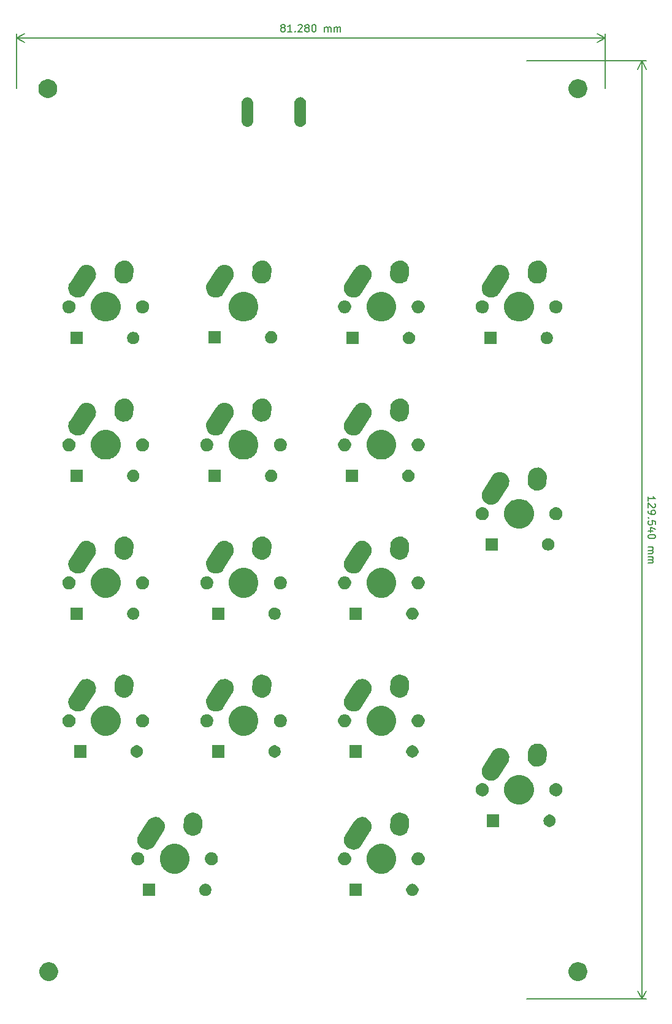
<source format=gts>
G04 #@! TF.GenerationSoftware,KiCad,Pcbnew,(5.1.5)-3*
G04 #@! TF.CreationDate,2020-06-24T14:41:20-07:00*
G04 #@! TF.ProjectId,numpad,6e756d70-6164-42e6-9b69-6361645f7063,rev?*
G04 #@! TF.SameCoordinates,Original*
G04 #@! TF.FileFunction,Soldermask,Top*
G04 #@! TF.FilePolarity,Negative*
%FSLAX46Y46*%
G04 Gerber Fmt 4.6, Leading zero omitted, Abs format (unit mm)*
G04 Created by KiCad (PCBNEW (5.1.5)-3) date 2020-06-24 14:41:20*
%MOMM*%
%LPD*%
G04 APERTURE LIST*
%ADD10C,0.150000*%
%ADD11C,0.100000*%
G04 APERTURE END LIST*
D10*
X135747619Y-20805952D02*
X135652380Y-20758333D01*
X135604761Y-20710714D01*
X135557142Y-20615476D01*
X135557142Y-20567857D01*
X135604761Y-20472619D01*
X135652380Y-20425000D01*
X135747619Y-20377380D01*
X135938095Y-20377380D01*
X136033333Y-20425000D01*
X136080952Y-20472619D01*
X136128571Y-20567857D01*
X136128571Y-20615476D01*
X136080952Y-20710714D01*
X136033333Y-20758333D01*
X135938095Y-20805952D01*
X135747619Y-20805952D01*
X135652380Y-20853571D01*
X135604761Y-20901190D01*
X135557142Y-20996428D01*
X135557142Y-21186904D01*
X135604761Y-21282142D01*
X135652380Y-21329761D01*
X135747619Y-21377380D01*
X135938095Y-21377380D01*
X136033333Y-21329761D01*
X136080952Y-21282142D01*
X136128571Y-21186904D01*
X136128571Y-20996428D01*
X136080952Y-20901190D01*
X136033333Y-20853571D01*
X135938095Y-20805952D01*
X137080952Y-21377380D02*
X136509523Y-21377380D01*
X136795238Y-21377380D02*
X136795238Y-20377380D01*
X136700000Y-20520238D01*
X136604761Y-20615476D01*
X136509523Y-20663095D01*
X137509523Y-21282142D02*
X137557142Y-21329761D01*
X137509523Y-21377380D01*
X137461904Y-21329761D01*
X137509523Y-21282142D01*
X137509523Y-21377380D01*
X137938095Y-20472619D02*
X137985714Y-20425000D01*
X138080952Y-20377380D01*
X138319047Y-20377380D01*
X138414285Y-20425000D01*
X138461904Y-20472619D01*
X138509523Y-20567857D01*
X138509523Y-20663095D01*
X138461904Y-20805952D01*
X137890476Y-21377380D01*
X138509523Y-21377380D01*
X139080952Y-20805952D02*
X138985714Y-20758333D01*
X138938095Y-20710714D01*
X138890476Y-20615476D01*
X138890476Y-20567857D01*
X138938095Y-20472619D01*
X138985714Y-20425000D01*
X139080952Y-20377380D01*
X139271428Y-20377380D01*
X139366666Y-20425000D01*
X139414285Y-20472619D01*
X139461904Y-20567857D01*
X139461904Y-20615476D01*
X139414285Y-20710714D01*
X139366666Y-20758333D01*
X139271428Y-20805952D01*
X139080952Y-20805952D01*
X138985714Y-20853571D01*
X138938095Y-20901190D01*
X138890476Y-20996428D01*
X138890476Y-21186904D01*
X138938095Y-21282142D01*
X138985714Y-21329761D01*
X139080952Y-21377380D01*
X139271428Y-21377380D01*
X139366666Y-21329761D01*
X139414285Y-21282142D01*
X139461904Y-21186904D01*
X139461904Y-20996428D01*
X139414285Y-20901190D01*
X139366666Y-20853571D01*
X139271428Y-20805952D01*
X140080952Y-20377380D02*
X140176190Y-20377380D01*
X140271428Y-20425000D01*
X140319047Y-20472619D01*
X140366666Y-20567857D01*
X140414285Y-20758333D01*
X140414285Y-20996428D01*
X140366666Y-21186904D01*
X140319047Y-21282142D01*
X140271428Y-21329761D01*
X140176190Y-21377380D01*
X140080952Y-21377380D01*
X139985714Y-21329761D01*
X139938095Y-21282142D01*
X139890476Y-21186904D01*
X139842857Y-20996428D01*
X139842857Y-20758333D01*
X139890476Y-20567857D01*
X139938095Y-20472619D01*
X139985714Y-20425000D01*
X140080952Y-20377380D01*
X141604761Y-21377380D02*
X141604761Y-20710714D01*
X141604761Y-20805952D02*
X141652380Y-20758333D01*
X141747619Y-20710714D01*
X141890476Y-20710714D01*
X141985714Y-20758333D01*
X142033333Y-20853571D01*
X142033333Y-21377380D01*
X142033333Y-20853571D02*
X142080952Y-20758333D01*
X142176190Y-20710714D01*
X142319047Y-20710714D01*
X142414285Y-20758333D01*
X142461904Y-20853571D01*
X142461904Y-21377380D01*
X142938095Y-21377380D02*
X142938095Y-20710714D01*
X142938095Y-20805952D02*
X142985714Y-20758333D01*
X143080952Y-20710714D01*
X143223809Y-20710714D01*
X143319047Y-20758333D01*
X143366666Y-20853571D01*
X143366666Y-21377380D01*
X143366666Y-20853571D02*
X143414285Y-20758333D01*
X143509523Y-20710714D01*
X143652380Y-20710714D01*
X143747619Y-20758333D01*
X143795238Y-20853571D01*
X143795238Y-21377380D01*
X99060000Y-22225000D02*
X180340000Y-22225000D01*
X99060000Y-29210000D02*
X99060000Y-21638579D01*
X180340000Y-29210000D02*
X180340000Y-21638579D01*
X180340000Y-22225000D02*
X179213496Y-22811421D01*
X180340000Y-22225000D02*
X179213496Y-21638579D01*
X99060000Y-22225000D02*
X100186504Y-22811421D01*
X99060000Y-22225000D02*
X100186504Y-21638579D01*
X186267619Y-86122380D02*
X186267619Y-85550952D01*
X186267619Y-85836666D02*
X187267619Y-85836666D01*
X187124761Y-85741428D01*
X187029523Y-85646190D01*
X186981904Y-85550952D01*
X187172380Y-86503333D02*
X187220000Y-86550952D01*
X187267619Y-86646190D01*
X187267619Y-86884285D01*
X187220000Y-86979523D01*
X187172380Y-87027142D01*
X187077142Y-87074761D01*
X186981904Y-87074761D01*
X186839047Y-87027142D01*
X186267619Y-86455714D01*
X186267619Y-87074761D01*
X186267619Y-87550952D02*
X186267619Y-87741428D01*
X186315238Y-87836666D01*
X186362857Y-87884285D01*
X186505714Y-87979523D01*
X186696190Y-88027142D01*
X187077142Y-88027142D01*
X187172380Y-87979523D01*
X187220000Y-87931904D01*
X187267619Y-87836666D01*
X187267619Y-87646190D01*
X187220000Y-87550952D01*
X187172380Y-87503333D01*
X187077142Y-87455714D01*
X186839047Y-87455714D01*
X186743809Y-87503333D01*
X186696190Y-87550952D01*
X186648571Y-87646190D01*
X186648571Y-87836666D01*
X186696190Y-87931904D01*
X186743809Y-87979523D01*
X186839047Y-88027142D01*
X186362857Y-88455714D02*
X186315238Y-88503333D01*
X186267619Y-88455714D01*
X186315238Y-88408095D01*
X186362857Y-88455714D01*
X186267619Y-88455714D01*
X187267619Y-89408095D02*
X187267619Y-88931904D01*
X186791428Y-88884285D01*
X186839047Y-88931904D01*
X186886666Y-89027142D01*
X186886666Y-89265238D01*
X186839047Y-89360476D01*
X186791428Y-89408095D01*
X186696190Y-89455714D01*
X186458095Y-89455714D01*
X186362857Y-89408095D01*
X186315238Y-89360476D01*
X186267619Y-89265238D01*
X186267619Y-89027142D01*
X186315238Y-88931904D01*
X186362857Y-88884285D01*
X186934285Y-90312857D02*
X186267619Y-90312857D01*
X187315238Y-90074761D02*
X186600952Y-89836666D01*
X186600952Y-90455714D01*
X187267619Y-91027142D02*
X187267619Y-91122380D01*
X187220000Y-91217619D01*
X187172380Y-91265238D01*
X187077142Y-91312857D01*
X186886666Y-91360476D01*
X186648571Y-91360476D01*
X186458095Y-91312857D01*
X186362857Y-91265238D01*
X186315238Y-91217619D01*
X186267619Y-91122380D01*
X186267619Y-91027142D01*
X186315238Y-90931904D01*
X186362857Y-90884285D01*
X186458095Y-90836666D01*
X186648571Y-90789047D01*
X186886666Y-90789047D01*
X187077142Y-90836666D01*
X187172380Y-90884285D01*
X187220000Y-90931904D01*
X187267619Y-91027142D01*
X186267619Y-92550952D02*
X186934285Y-92550952D01*
X186839047Y-92550952D02*
X186886666Y-92598571D01*
X186934285Y-92693809D01*
X186934285Y-92836666D01*
X186886666Y-92931904D01*
X186791428Y-92979523D01*
X186267619Y-92979523D01*
X186791428Y-92979523D02*
X186886666Y-93027142D01*
X186934285Y-93122380D01*
X186934285Y-93265238D01*
X186886666Y-93360476D01*
X186791428Y-93408095D01*
X186267619Y-93408095D01*
X186267619Y-93884285D02*
X186934285Y-93884285D01*
X186839047Y-93884285D02*
X186886666Y-93931904D01*
X186934285Y-94027142D01*
X186934285Y-94170000D01*
X186886666Y-94265238D01*
X186791428Y-94312857D01*
X186267619Y-94312857D01*
X186791428Y-94312857D02*
X186886666Y-94360476D01*
X186934285Y-94455714D01*
X186934285Y-94598571D01*
X186886666Y-94693809D01*
X186791428Y-94741428D01*
X186267619Y-94741428D01*
X185420000Y-25400000D02*
X185420000Y-154940000D01*
X169545000Y-25400000D02*
X186006421Y-25400000D01*
X169545000Y-154940000D02*
X186006421Y-154940000D01*
X185420000Y-154940000D02*
X184833579Y-153813496D01*
X185420000Y-154940000D02*
X186006421Y-153813496D01*
X185420000Y-25400000D02*
X184833579Y-26526504D01*
X185420000Y-25400000D02*
X186006421Y-26526504D01*
D11*
G36*
X176969487Y-149878996D02*
G01*
X177206253Y-149977068D01*
X177206255Y-149977069D01*
X177419339Y-150119447D01*
X177600553Y-150300661D01*
X177742932Y-150513747D01*
X177841004Y-150750513D01*
X177891000Y-151001861D01*
X177891000Y-151258139D01*
X177841004Y-151509487D01*
X177742932Y-151746253D01*
X177742931Y-151746255D01*
X177600553Y-151959339D01*
X177419339Y-152140553D01*
X177206255Y-152282931D01*
X177206254Y-152282932D01*
X177206253Y-152282932D01*
X176969487Y-152381004D01*
X176718139Y-152431000D01*
X176461861Y-152431000D01*
X176210513Y-152381004D01*
X175973747Y-152282932D01*
X175973746Y-152282932D01*
X175973745Y-152282931D01*
X175760661Y-152140553D01*
X175579447Y-151959339D01*
X175437069Y-151746255D01*
X175437068Y-151746253D01*
X175338996Y-151509487D01*
X175289000Y-151258139D01*
X175289000Y-151001861D01*
X175338996Y-150750513D01*
X175437068Y-150513747D01*
X175579447Y-150300661D01*
X175760661Y-150119447D01*
X175973745Y-149977069D01*
X175973747Y-149977068D01*
X176210513Y-149878996D01*
X176461861Y-149829000D01*
X176718139Y-149829000D01*
X176969487Y-149878996D01*
G37*
G36*
X103884487Y-149878996D02*
G01*
X104121253Y-149977068D01*
X104121255Y-149977069D01*
X104334339Y-150119447D01*
X104515553Y-150300661D01*
X104657932Y-150513747D01*
X104756004Y-150750513D01*
X104806000Y-151001861D01*
X104806000Y-151258139D01*
X104756004Y-151509487D01*
X104657932Y-151746253D01*
X104657931Y-151746255D01*
X104515553Y-151959339D01*
X104334339Y-152140553D01*
X104121255Y-152282931D01*
X104121254Y-152282932D01*
X104121253Y-152282932D01*
X103884487Y-152381004D01*
X103633139Y-152431000D01*
X103376861Y-152431000D01*
X103125513Y-152381004D01*
X102888747Y-152282932D01*
X102888746Y-152282932D01*
X102888745Y-152282931D01*
X102675661Y-152140553D01*
X102494447Y-151959339D01*
X102352069Y-151746255D01*
X102352068Y-151746253D01*
X102253996Y-151509487D01*
X102204000Y-151258139D01*
X102204000Y-151001861D01*
X102253996Y-150750513D01*
X102352068Y-150513747D01*
X102494447Y-150300661D01*
X102675661Y-150119447D01*
X102888745Y-149977069D01*
X102888747Y-149977068D01*
X103125513Y-149878996D01*
X103376861Y-149829000D01*
X103633139Y-149829000D01*
X103884487Y-149878996D01*
G37*
G36*
X153960728Y-139056703D02*
G01*
X154115600Y-139120853D01*
X154254981Y-139213985D01*
X154373515Y-139332519D01*
X154466647Y-139471900D01*
X154530797Y-139626772D01*
X154563500Y-139791184D01*
X154563500Y-139958816D01*
X154530797Y-140123228D01*
X154466647Y-140278100D01*
X154373515Y-140417481D01*
X154254981Y-140536015D01*
X154115600Y-140629147D01*
X153960728Y-140693297D01*
X153796316Y-140726000D01*
X153628684Y-140726000D01*
X153464272Y-140693297D01*
X153309400Y-140629147D01*
X153170019Y-140536015D01*
X153051485Y-140417481D01*
X152958353Y-140278100D01*
X152894203Y-140123228D01*
X152861500Y-139958816D01*
X152861500Y-139791184D01*
X152894203Y-139626772D01*
X152958353Y-139471900D01*
X153051485Y-139332519D01*
X153170019Y-139213985D01*
X153309400Y-139120853D01*
X153464272Y-139056703D01*
X153628684Y-139024000D01*
X153796316Y-139024000D01*
X153960728Y-139056703D01*
G37*
G36*
X118169750Y-140726000D02*
G01*
X116467750Y-140726000D01*
X116467750Y-139024000D01*
X118169750Y-139024000D01*
X118169750Y-140726000D01*
G37*
G36*
X125366978Y-139056703D02*
G01*
X125521850Y-139120853D01*
X125661231Y-139213985D01*
X125779765Y-139332519D01*
X125872897Y-139471900D01*
X125937047Y-139626772D01*
X125969750Y-139791184D01*
X125969750Y-139958816D01*
X125937047Y-140123228D01*
X125872897Y-140278100D01*
X125779765Y-140417481D01*
X125661231Y-140536015D01*
X125521850Y-140629147D01*
X125366978Y-140693297D01*
X125202566Y-140726000D01*
X125034934Y-140726000D01*
X124870522Y-140693297D01*
X124715650Y-140629147D01*
X124576269Y-140536015D01*
X124457735Y-140417481D01*
X124364603Y-140278100D01*
X124300453Y-140123228D01*
X124267750Y-139958816D01*
X124267750Y-139791184D01*
X124300453Y-139626772D01*
X124364603Y-139471900D01*
X124457735Y-139332519D01*
X124576269Y-139213985D01*
X124715650Y-139120853D01*
X124870522Y-139056703D01*
X125034934Y-139024000D01*
X125202566Y-139024000D01*
X125366978Y-139056703D01*
G37*
G36*
X146763500Y-140726000D02*
G01*
X145061500Y-140726000D01*
X145061500Y-139024000D01*
X146763500Y-139024000D01*
X146763500Y-140726000D01*
G37*
G36*
X150033974Y-133596184D02*
G01*
X150251974Y-133686483D01*
X150406123Y-133750333D01*
X150741048Y-133974123D01*
X151025877Y-134258952D01*
X151249667Y-134593877D01*
X151313517Y-134748026D01*
X151403816Y-134966026D01*
X151482400Y-135361094D01*
X151482400Y-135763906D01*
X151403816Y-136158974D01*
X151319822Y-136361753D01*
X151249667Y-136531123D01*
X151025877Y-136866048D01*
X150741048Y-137150877D01*
X150406123Y-137374667D01*
X150251974Y-137438517D01*
X150033974Y-137528816D01*
X149638906Y-137607400D01*
X149236094Y-137607400D01*
X148841026Y-137528816D01*
X148623026Y-137438517D01*
X148468877Y-137374667D01*
X148133952Y-137150877D01*
X147849123Y-136866048D01*
X147625333Y-136531123D01*
X147555178Y-136361753D01*
X147471184Y-136158974D01*
X147392600Y-135763906D01*
X147392600Y-135361094D01*
X147471184Y-134966026D01*
X147561483Y-134748026D01*
X147625333Y-134593877D01*
X147849123Y-134258952D01*
X148133952Y-133974123D01*
X148468877Y-133750333D01*
X148623026Y-133686483D01*
X148841026Y-133596184D01*
X149236094Y-133517600D01*
X149638906Y-133517600D01*
X150033974Y-133596184D01*
G37*
G36*
X121487074Y-133596184D02*
G01*
X121705074Y-133686483D01*
X121859223Y-133750333D01*
X122194148Y-133974123D01*
X122478977Y-134258952D01*
X122702767Y-134593877D01*
X122766617Y-134748026D01*
X122856916Y-134966026D01*
X122935500Y-135361094D01*
X122935500Y-135763906D01*
X122856916Y-136158974D01*
X122772922Y-136361753D01*
X122702767Y-136531123D01*
X122478977Y-136866048D01*
X122194148Y-137150877D01*
X121859223Y-137374667D01*
X121705074Y-137438517D01*
X121487074Y-137528816D01*
X121092006Y-137607400D01*
X120689194Y-137607400D01*
X120294126Y-137528816D01*
X120076126Y-137438517D01*
X119921977Y-137374667D01*
X119587052Y-137150877D01*
X119302223Y-136866048D01*
X119078433Y-136531123D01*
X119008278Y-136361753D01*
X118924284Y-136158974D01*
X118845700Y-135763906D01*
X118845700Y-135361094D01*
X118924284Y-134966026D01*
X119014583Y-134748026D01*
X119078433Y-134593877D01*
X119302223Y-134258952D01*
X119587052Y-133974123D01*
X119921977Y-133750333D01*
X120076126Y-133686483D01*
X120294126Y-133596184D01*
X120689194Y-133517600D01*
X121092006Y-133517600D01*
X121487074Y-133596184D01*
G37*
G36*
X115986552Y-134677929D02*
G01*
X116073675Y-134695259D01*
X116183098Y-134740584D01*
X116237811Y-134763247D01*
X116384533Y-134861283D01*
X116385528Y-134861948D01*
X116511152Y-134987572D01*
X116511154Y-134987575D01*
X116609853Y-135135289D01*
X116609853Y-135135290D01*
X116677841Y-135299425D01*
X116712500Y-135473671D01*
X116712500Y-135651329D01*
X116677841Y-135825575D01*
X116632516Y-135934998D01*
X116609853Y-135989711D01*
X116511817Y-136136433D01*
X116511152Y-136137428D01*
X116385528Y-136263052D01*
X116385525Y-136263054D01*
X116237811Y-136361753D01*
X116183098Y-136384416D01*
X116073675Y-136429741D01*
X115986552Y-136447070D01*
X115899431Y-136464400D01*
X115721769Y-136464400D01*
X115634648Y-136447070D01*
X115547525Y-136429741D01*
X115438102Y-136384416D01*
X115383389Y-136361753D01*
X115235675Y-136263054D01*
X115235672Y-136263052D01*
X115110048Y-136137428D01*
X115109383Y-136136433D01*
X115011347Y-135989711D01*
X114988684Y-135934998D01*
X114943359Y-135825575D01*
X114908700Y-135651329D01*
X114908700Y-135473671D01*
X114943359Y-135299425D01*
X115011347Y-135135290D01*
X115011347Y-135135289D01*
X115110046Y-134987575D01*
X115110048Y-134987572D01*
X115235672Y-134861948D01*
X115236667Y-134861283D01*
X115383389Y-134763247D01*
X115438102Y-134740584D01*
X115547525Y-134695259D01*
X115634648Y-134677929D01*
X115721769Y-134660600D01*
X115899431Y-134660600D01*
X115986552Y-134677929D01*
G37*
G36*
X154693452Y-134677929D02*
G01*
X154780575Y-134695259D01*
X154889998Y-134740584D01*
X154944711Y-134763247D01*
X155091433Y-134861283D01*
X155092428Y-134861948D01*
X155218052Y-134987572D01*
X155218054Y-134987575D01*
X155316753Y-135135289D01*
X155316753Y-135135290D01*
X155384741Y-135299425D01*
X155419400Y-135473671D01*
X155419400Y-135651329D01*
X155384741Y-135825575D01*
X155339416Y-135934998D01*
X155316753Y-135989711D01*
X155218717Y-136136433D01*
X155218052Y-136137428D01*
X155092428Y-136263052D01*
X155092425Y-136263054D01*
X154944711Y-136361753D01*
X154889998Y-136384416D01*
X154780575Y-136429741D01*
X154693452Y-136447070D01*
X154606331Y-136464400D01*
X154428669Y-136464400D01*
X154341548Y-136447070D01*
X154254425Y-136429741D01*
X154145002Y-136384416D01*
X154090289Y-136361753D01*
X153942575Y-136263054D01*
X153942572Y-136263052D01*
X153816948Y-136137428D01*
X153816283Y-136136433D01*
X153718247Y-135989711D01*
X153695584Y-135934998D01*
X153650259Y-135825575D01*
X153615600Y-135651329D01*
X153615600Y-135473671D01*
X153650259Y-135299425D01*
X153718247Y-135135290D01*
X153718247Y-135135289D01*
X153816946Y-134987575D01*
X153816948Y-134987572D01*
X153942572Y-134861948D01*
X153943567Y-134861283D01*
X154090289Y-134763247D01*
X154145002Y-134740584D01*
X154254425Y-134695259D01*
X154341548Y-134677929D01*
X154428669Y-134660600D01*
X154606331Y-134660600D01*
X154693452Y-134677929D01*
G37*
G36*
X144533452Y-134677929D02*
G01*
X144620575Y-134695259D01*
X144729998Y-134740584D01*
X144784711Y-134763247D01*
X144931433Y-134861283D01*
X144932428Y-134861948D01*
X145058052Y-134987572D01*
X145058054Y-134987575D01*
X145156753Y-135135289D01*
X145156753Y-135135290D01*
X145224741Y-135299425D01*
X145259400Y-135473671D01*
X145259400Y-135651329D01*
X145224741Y-135825575D01*
X145179416Y-135934998D01*
X145156753Y-135989711D01*
X145058717Y-136136433D01*
X145058052Y-136137428D01*
X144932428Y-136263052D01*
X144932425Y-136263054D01*
X144784711Y-136361753D01*
X144729998Y-136384416D01*
X144620575Y-136429741D01*
X144533452Y-136447070D01*
X144446331Y-136464400D01*
X144268669Y-136464400D01*
X144181548Y-136447070D01*
X144094425Y-136429741D01*
X143985002Y-136384416D01*
X143930289Y-136361753D01*
X143782575Y-136263054D01*
X143782572Y-136263052D01*
X143656948Y-136137428D01*
X143656283Y-136136433D01*
X143558247Y-135989711D01*
X143535584Y-135934998D01*
X143490259Y-135825575D01*
X143455600Y-135651329D01*
X143455600Y-135473671D01*
X143490259Y-135299425D01*
X143558247Y-135135290D01*
X143558247Y-135135289D01*
X143656946Y-134987575D01*
X143656948Y-134987572D01*
X143782572Y-134861948D01*
X143783567Y-134861283D01*
X143930289Y-134763247D01*
X143985002Y-134740584D01*
X144094425Y-134695259D01*
X144181548Y-134677929D01*
X144268669Y-134660600D01*
X144446331Y-134660600D01*
X144533452Y-134677929D01*
G37*
G36*
X126146552Y-134677929D02*
G01*
X126233675Y-134695259D01*
X126343098Y-134740584D01*
X126397811Y-134763247D01*
X126544533Y-134861283D01*
X126545528Y-134861948D01*
X126671152Y-134987572D01*
X126671154Y-134987575D01*
X126769853Y-135135289D01*
X126769853Y-135135290D01*
X126837841Y-135299425D01*
X126872500Y-135473671D01*
X126872500Y-135651329D01*
X126837841Y-135825575D01*
X126792516Y-135934998D01*
X126769853Y-135989711D01*
X126671817Y-136136433D01*
X126671152Y-136137428D01*
X126545528Y-136263052D01*
X126545525Y-136263054D01*
X126397811Y-136361753D01*
X126343098Y-136384416D01*
X126233675Y-136429741D01*
X126146552Y-136447070D01*
X126059431Y-136464400D01*
X125881769Y-136464400D01*
X125794648Y-136447070D01*
X125707525Y-136429741D01*
X125598102Y-136384416D01*
X125543389Y-136361753D01*
X125395675Y-136263054D01*
X125395672Y-136263052D01*
X125270048Y-136137428D01*
X125269383Y-136136433D01*
X125171347Y-135989711D01*
X125148684Y-135934998D01*
X125103359Y-135825575D01*
X125068700Y-135651329D01*
X125068700Y-135473671D01*
X125103359Y-135299425D01*
X125171347Y-135135290D01*
X125171347Y-135135289D01*
X125270046Y-134987575D01*
X125270048Y-134987572D01*
X125395672Y-134861948D01*
X125396667Y-134861283D01*
X125543389Y-134763247D01*
X125598102Y-134740584D01*
X125707525Y-134695259D01*
X125794648Y-134677929D01*
X125881769Y-134660600D01*
X126059431Y-134660600D01*
X126146552Y-134677929D01*
G37*
G36*
X118381894Y-129799736D02*
G01*
X118467071Y-129806253D01*
X118506853Y-129817379D01*
X118713875Y-129875277D01*
X118942470Y-129991125D01*
X119144072Y-130149343D01*
X119310934Y-130343853D01*
X119436643Y-130567178D01*
X119485225Y-130715597D01*
X119516368Y-130810739D01*
X119543660Y-131037099D01*
X119547044Y-131065167D01*
X119527495Y-131320695D01*
X119504341Y-131403483D01*
X119458470Y-131567500D01*
X119420159Y-131643096D01*
X119371650Y-131738816D01*
X118094054Y-133744238D01*
X118052057Y-133797750D01*
X117975480Y-133895326D01*
X117780973Y-134062186D01*
X117644355Y-134139087D01*
X117557645Y-134187896D01*
X117340568Y-134258952D01*
X117314084Y-134267621D01*
X117059657Y-134298297D01*
X117059656Y-134298297D01*
X116804129Y-134278748D01*
X116557325Y-134209723D01*
X116557324Y-134209723D01*
X116557322Y-134209722D01*
X116328735Y-134093878D01*
X116328733Y-134093877D01*
X116328730Y-134093875D01*
X116127128Y-133935657D01*
X116127124Y-133935654D01*
X115960267Y-133741150D01*
X115834558Y-133517823D01*
X115834557Y-133517822D01*
X115754833Y-133274264D01*
X115754832Y-133274261D01*
X115724156Y-133019834D01*
X115724156Y-133019833D01*
X115743705Y-132764306D01*
X115812730Y-132517502D01*
X115812730Y-132517501D01*
X115893370Y-132358380D01*
X115899550Y-132346185D01*
X117177145Y-130340762D01*
X117295719Y-130189675D01*
X117439652Y-130066201D01*
X117490230Y-130022812D01*
X117713548Y-129897106D01*
X117713554Y-129897104D01*
X117957111Y-129817380D01*
X117957112Y-129817380D01*
X117957115Y-129817379D01*
X118211541Y-129786703D01*
X118211543Y-129786703D01*
X118381894Y-129799736D01*
G37*
G36*
X146928794Y-129799736D02*
G01*
X147013971Y-129806253D01*
X147053753Y-129817379D01*
X147260775Y-129875277D01*
X147489370Y-129991125D01*
X147690972Y-130149343D01*
X147857834Y-130343853D01*
X147983543Y-130567178D01*
X148032125Y-130715597D01*
X148063268Y-130810739D01*
X148090560Y-131037099D01*
X148093944Y-131065167D01*
X148074395Y-131320695D01*
X148051241Y-131403483D01*
X148005370Y-131567500D01*
X147967059Y-131643096D01*
X147918550Y-131738816D01*
X146640954Y-133744238D01*
X146598957Y-133797750D01*
X146522380Y-133895326D01*
X146327873Y-134062186D01*
X146191255Y-134139087D01*
X146104545Y-134187896D01*
X145887468Y-134258952D01*
X145860984Y-134267621D01*
X145606557Y-134298297D01*
X145606556Y-134298297D01*
X145351029Y-134278748D01*
X145104225Y-134209723D01*
X145104224Y-134209723D01*
X145104222Y-134209722D01*
X144875635Y-134093878D01*
X144875633Y-134093877D01*
X144875630Y-134093875D01*
X144674028Y-133935657D01*
X144674024Y-133935654D01*
X144507167Y-133741150D01*
X144381458Y-133517823D01*
X144381457Y-133517822D01*
X144301733Y-133274264D01*
X144301732Y-133274261D01*
X144271056Y-133019834D01*
X144271056Y-133019833D01*
X144290605Y-132764306D01*
X144359630Y-132517502D01*
X144359630Y-132517501D01*
X144440270Y-132358380D01*
X144446450Y-132346185D01*
X145724045Y-130340762D01*
X145842619Y-130189675D01*
X145986552Y-130066201D01*
X146037130Y-130022812D01*
X146260448Y-129897106D01*
X146260454Y-129897104D01*
X146504011Y-129817380D01*
X146504012Y-129817380D01*
X146504015Y-129817379D01*
X146758441Y-129786703D01*
X146758443Y-129786703D01*
X146928794Y-129799736D01*
G37*
G36*
X152318879Y-129221313D02*
G01*
X152558491Y-129312213D01*
X152775765Y-129448113D01*
X152962352Y-129623788D01*
X153066561Y-129770019D01*
X153111080Y-129832490D01*
X153216235Y-130066197D01*
X153216236Y-130066201D01*
X153273776Y-130315928D01*
X153279558Y-130507894D01*
X153279557Y-130507902D01*
X153231416Y-131214071D01*
X153199635Y-131403483D01*
X153108735Y-131643095D01*
X152972835Y-131860369D01*
X152797160Y-132046956D01*
X152640898Y-132158313D01*
X152588458Y-132195684D01*
X152354751Y-132300839D01*
X152354747Y-132300840D01*
X152105021Y-132358380D01*
X151848866Y-132366094D01*
X151848862Y-132366094D01*
X151596121Y-132323687D01*
X151356509Y-132232787D01*
X151139235Y-132096887D01*
X151086203Y-132046956D01*
X150952648Y-131921212D01*
X150822666Y-131738815D01*
X150803920Y-131712510D01*
X150698765Y-131478803D01*
X150641224Y-131229071D01*
X150639249Y-131163500D01*
X150635442Y-131037108D01*
X150683584Y-130330928D01*
X150688150Y-130303713D01*
X150715365Y-130141517D01*
X150806265Y-129901905D01*
X150942165Y-129684631D01*
X150999450Y-129623788D01*
X151117840Y-129498044D01*
X151274102Y-129386687D01*
X151326542Y-129349316D01*
X151560249Y-129244161D01*
X151560253Y-129244160D01*
X151809979Y-129186620D01*
X152066134Y-129178906D01*
X152066138Y-129178906D01*
X152318879Y-129221313D01*
G37*
G36*
X123771979Y-129221313D02*
G01*
X124011591Y-129312213D01*
X124228865Y-129448113D01*
X124415452Y-129623788D01*
X124519661Y-129770019D01*
X124564180Y-129832490D01*
X124669335Y-130066197D01*
X124669336Y-130066201D01*
X124726876Y-130315928D01*
X124732658Y-130507894D01*
X124732657Y-130507902D01*
X124684516Y-131214071D01*
X124652735Y-131403483D01*
X124561835Y-131643095D01*
X124425935Y-131860369D01*
X124250260Y-132046956D01*
X124093998Y-132158313D01*
X124041558Y-132195684D01*
X123807851Y-132300839D01*
X123807847Y-132300840D01*
X123558121Y-132358380D01*
X123301966Y-132366094D01*
X123301962Y-132366094D01*
X123049221Y-132323687D01*
X122809609Y-132232787D01*
X122592335Y-132096887D01*
X122539303Y-132046956D01*
X122405748Y-131921212D01*
X122275766Y-131738815D01*
X122257020Y-131712510D01*
X122151865Y-131478803D01*
X122094324Y-131229071D01*
X122092349Y-131163500D01*
X122088542Y-131037108D01*
X122136684Y-130330928D01*
X122141250Y-130303713D01*
X122168465Y-130141517D01*
X122259365Y-129901905D01*
X122395265Y-129684631D01*
X122452550Y-129623788D01*
X122570940Y-129498044D01*
X122727202Y-129386687D01*
X122779642Y-129349316D01*
X123013349Y-129244161D01*
X123013353Y-129244160D01*
X123263079Y-129186620D01*
X123519234Y-129178906D01*
X123519238Y-129178906D01*
X123771979Y-129221313D01*
G37*
G36*
X172916978Y-129494203D02*
G01*
X173071850Y-129558353D01*
X173211231Y-129651485D01*
X173329765Y-129770019D01*
X173422897Y-129909400D01*
X173487047Y-130064272D01*
X173519750Y-130228684D01*
X173519750Y-130396316D01*
X173487047Y-130560728D01*
X173422897Y-130715600D01*
X173329765Y-130854981D01*
X173211231Y-130973515D01*
X173071850Y-131066647D01*
X172916978Y-131130797D01*
X172752566Y-131163500D01*
X172584934Y-131163500D01*
X172420522Y-131130797D01*
X172265650Y-131066647D01*
X172126269Y-130973515D01*
X172007735Y-130854981D01*
X171914603Y-130715600D01*
X171850453Y-130560728D01*
X171817750Y-130396316D01*
X171817750Y-130228684D01*
X171850453Y-130064272D01*
X171914603Y-129909400D01*
X172007735Y-129770019D01*
X172126269Y-129651485D01*
X172265650Y-129558353D01*
X172420522Y-129494203D01*
X172584934Y-129461500D01*
X172752566Y-129461500D01*
X172916978Y-129494203D01*
G37*
G36*
X165719750Y-131163500D02*
G01*
X164017750Y-131163500D01*
X164017750Y-129461500D01*
X165719750Y-129461500D01*
X165719750Y-131163500D01*
G37*
G36*
X169047724Y-124068884D02*
G01*
X169265724Y-124159183D01*
X169419873Y-124223033D01*
X169754798Y-124446823D01*
X170039627Y-124731652D01*
X170263417Y-125066577D01*
X170327267Y-125220726D01*
X170417566Y-125438726D01*
X170496150Y-125833794D01*
X170496150Y-126236606D01*
X170417566Y-126631674D01*
X170333572Y-126834453D01*
X170263417Y-127003823D01*
X170039627Y-127338748D01*
X169754798Y-127623577D01*
X169419873Y-127847367D01*
X169265724Y-127911217D01*
X169047724Y-128001516D01*
X168652656Y-128080100D01*
X168249844Y-128080100D01*
X167854776Y-128001516D01*
X167636776Y-127911217D01*
X167482627Y-127847367D01*
X167147702Y-127623577D01*
X166862873Y-127338748D01*
X166639083Y-127003823D01*
X166568928Y-126834453D01*
X166484934Y-126631674D01*
X166406350Y-126236606D01*
X166406350Y-125833794D01*
X166484934Y-125438726D01*
X166575233Y-125220726D01*
X166639083Y-125066577D01*
X166862873Y-124731652D01*
X167147702Y-124446823D01*
X167482627Y-124223033D01*
X167636776Y-124159183D01*
X167854776Y-124068884D01*
X168249844Y-123990300D01*
X168652656Y-123990300D01*
X169047724Y-124068884D01*
G37*
G36*
X173707202Y-125150629D02*
G01*
X173794325Y-125167959D01*
X173903748Y-125213284D01*
X173958461Y-125235947D01*
X174105183Y-125333983D01*
X174106178Y-125334648D01*
X174231802Y-125460272D01*
X174231804Y-125460275D01*
X174330503Y-125607989D01*
X174330503Y-125607990D01*
X174398491Y-125772125D01*
X174433150Y-125946371D01*
X174433150Y-126124029D01*
X174398491Y-126298275D01*
X174353166Y-126407698D01*
X174330503Y-126462411D01*
X174232467Y-126609133D01*
X174231802Y-126610128D01*
X174106178Y-126735752D01*
X174106175Y-126735754D01*
X173958461Y-126834453D01*
X173903748Y-126857116D01*
X173794325Y-126902441D01*
X173707202Y-126919770D01*
X173620081Y-126937100D01*
X173442419Y-126937100D01*
X173355298Y-126919770D01*
X173268175Y-126902441D01*
X173158752Y-126857116D01*
X173104039Y-126834453D01*
X172956325Y-126735754D01*
X172956322Y-126735752D01*
X172830698Y-126610128D01*
X172830033Y-126609133D01*
X172731997Y-126462411D01*
X172709334Y-126407698D01*
X172664009Y-126298275D01*
X172629350Y-126124029D01*
X172629350Y-125946371D01*
X172664009Y-125772125D01*
X172731997Y-125607990D01*
X172731997Y-125607989D01*
X172830696Y-125460275D01*
X172830698Y-125460272D01*
X172956322Y-125334648D01*
X172957317Y-125333983D01*
X173104039Y-125235947D01*
X173158752Y-125213284D01*
X173268175Y-125167959D01*
X173355298Y-125150629D01*
X173442419Y-125133300D01*
X173620081Y-125133300D01*
X173707202Y-125150629D01*
G37*
G36*
X163547202Y-125150629D02*
G01*
X163634325Y-125167959D01*
X163743748Y-125213284D01*
X163798461Y-125235947D01*
X163945183Y-125333983D01*
X163946178Y-125334648D01*
X164071802Y-125460272D01*
X164071804Y-125460275D01*
X164170503Y-125607989D01*
X164170503Y-125607990D01*
X164238491Y-125772125D01*
X164273150Y-125946371D01*
X164273150Y-126124029D01*
X164238491Y-126298275D01*
X164193166Y-126407698D01*
X164170503Y-126462411D01*
X164072467Y-126609133D01*
X164071802Y-126610128D01*
X163946178Y-126735752D01*
X163946175Y-126735754D01*
X163798461Y-126834453D01*
X163743748Y-126857116D01*
X163634325Y-126902441D01*
X163547202Y-126919770D01*
X163460081Y-126937100D01*
X163282419Y-126937100D01*
X163195298Y-126919770D01*
X163108175Y-126902441D01*
X162998752Y-126857116D01*
X162944039Y-126834453D01*
X162796325Y-126735754D01*
X162796322Y-126735752D01*
X162670698Y-126610128D01*
X162670033Y-126609133D01*
X162571997Y-126462411D01*
X162549334Y-126407698D01*
X162504009Y-126298275D01*
X162469350Y-126124029D01*
X162469350Y-125946371D01*
X162504009Y-125772125D01*
X162571997Y-125607990D01*
X162571997Y-125607989D01*
X162670696Y-125460275D01*
X162670698Y-125460272D01*
X162796322Y-125334648D01*
X162797317Y-125333983D01*
X162944039Y-125235947D01*
X162998752Y-125213284D01*
X163108175Y-125167959D01*
X163195298Y-125150629D01*
X163282419Y-125133300D01*
X163460081Y-125133300D01*
X163547202Y-125150629D01*
G37*
G36*
X165942544Y-120272436D02*
G01*
X166027721Y-120278953D01*
X166067503Y-120290079D01*
X166274525Y-120347977D01*
X166503120Y-120463825D01*
X166503122Y-120463826D01*
X166503123Y-120463827D01*
X166598777Y-120538897D01*
X166704722Y-120622043D01*
X166871584Y-120816553D01*
X166997293Y-121039878D01*
X167034353Y-121153097D01*
X167077018Y-121283439D01*
X167104310Y-121509799D01*
X167107694Y-121537867D01*
X167088145Y-121793395D01*
X167064991Y-121876183D01*
X167019120Y-122040200D01*
X166980809Y-122115796D01*
X166932300Y-122211516D01*
X165654704Y-124216938D01*
X165612707Y-124270450D01*
X165536130Y-124368026D01*
X165341623Y-124534886D01*
X165205005Y-124611787D01*
X165118295Y-124660596D01*
X164901218Y-124731652D01*
X164874734Y-124740321D01*
X164620307Y-124770997D01*
X164620306Y-124770997D01*
X164364779Y-124751448D01*
X164117975Y-124682423D01*
X164117974Y-124682423D01*
X164117972Y-124682422D01*
X163889385Y-124566578D01*
X163889383Y-124566577D01*
X163889380Y-124566575D01*
X163687778Y-124408357D01*
X163687774Y-124408354D01*
X163520917Y-124213850D01*
X163395208Y-123990523D01*
X163395207Y-123990522D01*
X163315483Y-123746964D01*
X163315482Y-123746961D01*
X163284806Y-123492534D01*
X163284806Y-123492533D01*
X163304355Y-123237006D01*
X163373380Y-122990202D01*
X163373380Y-122990201D01*
X163454020Y-122831080D01*
X163460200Y-122818885D01*
X164737795Y-120813462D01*
X164856369Y-120662375D01*
X165000302Y-120538901D01*
X165050880Y-120495512D01*
X165274198Y-120369806D01*
X165274204Y-120369804D01*
X165517761Y-120290080D01*
X165517762Y-120290080D01*
X165517765Y-120290079D01*
X165772191Y-120259403D01*
X165772193Y-120259403D01*
X165942544Y-120272436D01*
G37*
G36*
X171332629Y-119694013D02*
G01*
X171572241Y-119784913D01*
X171754641Y-119899000D01*
X171789515Y-119920813D01*
X171976102Y-120096488D01*
X172087459Y-120252750D01*
X172124830Y-120305190D01*
X172229985Y-120538897D01*
X172229986Y-120538901D01*
X172287526Y-120788628D01*
X172293308Y-120980594D01*
X172276705Y-121224128D01*
X172245166Y-121686771D01*
X172213385Y-121876183D01*
X172122485Y-122115795D01*
X171986585Y-122333069D01*
X171810910Y-122519656D01*
X171654648Y-122631013D01*
X171602208Y-122668384D01*
X171368501Y-122773539D01*
X171368497Y-122773540D01*
X171118771Y-122831080D01*
X170862616Y-122838794D01*
X170862612Y-122838794D01*
X170609871Y-122796387D01*
X170370259Y-122705487D01*
X170152985Y-122569587D01*
X170099953Y-122519656D01*
X169966398Y-122393912D01*
X169836416Y-122211515D01*
X169817670Y-122185210D01*
X169712515Y-121951503D01*
X169654974Y-121701771D01*
X169651939Y-121601000D01*
X169649192Y-121509808D01*
X169697334Y-120803628D01*
X169701900Y-120776413D01*
X169729115Y-120614217D01*
X169820015Y-120374605D01*
X169955915Y-120157331D01*
X170013200Y-120096488D01*
X170131590Y-119970744D01*
X170287852Y-119859387D01*
X170340292Y-119822016D01*
X170573999Y-119716861D01*
X170574003Y-119716860D01*
X170823729Y-119659320D01*
X171079884Y-119651606D01*
X171079888Y-119651606D01*
X171332629Y-119694013D01*
G37*
G36*
X115898228Y-119931703D02*
G01*
X116053100Y-119995853D01*
X116192481Y-120088985D01*
X116311015Y-120207519D01*
X116404147Y-120346900D01*
X116468297Y-120501772D01*
X116501000Y-120666184D01*
X116501000Y-120833816D01*
X116468297Y-120998228D01*
X116404147Y-121153100D01*
X116311015Y-121292481D01*
X116192481Y-121411015D01*
X116053100Y-121504147D01*
X115898228Y-121568297D01*
X115733816Y-121601000D01*
X115566184Y-121601000D01*
X115401772Y-121568297D01*
X115246900Y-121504147D01*
X115107519Y-121411015D01*
X114988985Y-121292481D01*
X114895853Y-121153100D01*
X114831703Y-120998228D01*
X114799000Y-120833816D01*
X114799000Y-120666184D01*
X114831703Y-120501772D01*
X114895853Y-120346900D01*
X114988985Y-120207519D01*
X115107519Y-120088985D01*
X115246900Y-119995853D01*
X115401772Y-119931703D01*
X115566184Y-119899000D01*
X115733816Y-119899000D01*
X115898228Y-119931703D01*
G37*
G36*
X127732250Y-121601000D02*
G01*
X126030250Y-121601000D01*
X126030250Y-119899000D01*
X127732250Y-119899000D01*
X127732250Y-121601000D01*
G37*
G36*
X108701000Y-121601000D02*
G01*
X106999000Y-121601000D01*
X106999000Y-119899000D01*
X108701000Y-119899000D01*
X108701000Y-121601000D01*
G37*
G36*
X134929478Y-119931703D02*
G01*
X135084350Y-119995853D01*
X135223731Y-120088985D01*
X135342265Y-120207519D01*
X135435397Y-120346900D01*
X135499547Y-120501772D01*
X135532250Y-120666184D01*
X135532250Y-120833816D01*
X135499547Y-120998228D01*
X135435397Y-121153100D01*
X135342265Y-121292481D01*
X135223731Y-121411015D01*
X135084350Y-121504147D01*
X134929478Y-121568297D01*
X134765066Y-121601000D01*
X134597434Y-121601000D01*
X134433022Y-121568297D01*
X134278150Y-121504147D01*
X134138769Y-121411015D01*
X134020235Y-121292481D01*
X133927103Y-121153100D01*
X133862953Y-120998228D01*
X133830250Y-120833816D01*
X133830250Y-120666184D01*
X133862953Y-120501772D01*
X133927103Y-120346900D01*
X134020235Y-120207519D01*
X134138769Y-120088985D01*
X134278150Y-119995853D01*
X134433022Y-119931703D01*
X134597434Y-119899000D01*
X134765066Y-119899000D01*
X134929478Y-119931703D01*
G37*
G36*
X146763500Y-121601000D02*
G01*
X145061500Y-121601000D01*
X145061500Y-119899000D01*
X146763500Y-119899000D01*
X146763500Y-121601000D01*
G37*
G36*
X153960728Y-119931703D02*
G01*
X154115600Y-119995853D01*
X154254981Y-120088985D01*
X154373515Y-120207519D01*
X154466647Y-120346900D01*
X154530797Y-120501772D01*
X154563500Y-120666184D01*
X154563500Y-120833816D01*
X154530797Y-120998228D01*
X154466647Y-121153100D01*
X154373515Y-121292481D01*
X154254981Y-121411015D01*
X154115600Y-121504147D01*
X153960728Y-121568297D01*
X153796316Y-121601000D01*
X153628684Y-121601000D01*
X153464272Y-121568297D01*
X153309400Y-121504147D01*
X153170019Y-121411015D01*
X153051485Y-121292481D01*
X152958353Y-121153100D01*
X152894203Y-120998228D01*
X152861500Y-120833816D01*
X152861500Y-120666184D01*
X152894203Y-120501772D01*
X152958353Y-120346900D01*
X153051485Y-120207519D01*
X153170019Y-120088985D01*
X153309400Y-119995853D01*
X153464272Y-119931703D01*
X153628684Y-119899000D01*
X153796316Y-119899000D01*
X153960728Y-119931703D01*
G37*
G36*
X150033974Y-114541495D02*
G01*
X150251974Y-114631794D01*
X150406123Y-114695644D01*
X150741048Y-114919434D01*
X151025877Y-115204263D01*
X151249667Y-115539188D01*
X151313517Y-115693337D01*
X151403816Y-115911337D01*
X151482400Y-116306405D01*
X151482400Y-116709217D01*
X151403816Y-117104285D01*
X151319822Y-117307064D01*
X151249667Y-117476434D01*
X151025877Y-117811359D01*
X150741048Y-118096188D01*
X150406123Y-118319978D01*
X150251974Y-118383828D01*
X150033974Y-118474127D01*
X149638906Y-118552711D01*
X149236094Y-118552711D01*
X148841026Y-118474127D01*
X148623026Y-118383828D01*
X148468877Y-118319978D01*
X148133952Y-118096188D01*
X147849123Y-117811359D01*
X147625333Y-117476434D01*
X147555178Y-117307064D01*
X147471184Y-117104285D01*
X147392600Y-116709217D01*
X147392600Y-116306405D01*
X147471184Y-115911337D01*
X147561483Y-115693337D01*
X147625333Y-115539188D01*
X147849123Y-115204263D01*
X148133952Y-114919434D01*
X148468877Y-114695644D01*
X148623026Y-114631794D01*
X148841026Y-114541495D01*
X149236094Y-114462911D01*
X149638906Y-114462911D01*
X150033974Y-114541495D01*
G37*
G36*
X131002724Y-114541495D02*
G01*
X131220724Y-114631794D01*
X131374873Y-114695644D01*
X131709798Y-114919434D01*
X131994627Y-115204263D01*
X132218417Y-115539188D01*
X132282267Y-115693337D01*
X132372566Y-115911337D01*
X132451150Y-116306405D01*
X132451150Y-116709217D01*
X132372566Y-117104285D01*
X132288572Y-117307064D01*
X132218417Y-117476434D01*
X131994627Y-117811359D01*
X131709798Y-118096188D01*
X131374873Y-118319978D01*
X131220724Y-118383828D01*
X131002724Y-118474127D01*
X130607656Y-118552711D01*
X130204844Y-118552711D01*
X129809776Y-118474127D01*
X129591776Y-118383828D01*
X129437627Y-118319978D01*
X129102702Y-118096188D01*
X128817873Y-117811359D01*
X128594083Y-117476434D01*
X128523928Y-117307064D01*
X128439934Y-117104285D01*
X128361350Y-116709217D01*
X128361350Y-116306405D01*
X128439934Y-115911337D01*
X128530233Y-115693337D01*
X128594083Y-115539188D01*
X128817873Y-115204263D01*
X129102702Y-114919434D01*
X129437627Y-114695644D01*
X129591776Y-114631794D01*
X129809776Y-114541495D01*
X130204844Y-114462911D01*
X130607656Y-114462911D01*
X131002724Y-114541495D01*
G37*
G36*
X111971474Y-114541495D02*
G01*
X112189474Y-114631794D01*
X112343623Y-114695644D01*
X112678548Y-114919434D01*
X112963377Y-115204263D01*
X113187167Y-115539188D01*
X113251017Y-115693337D01*
X113341316Y-115911337D01*
X113419900Y-116306405D01*
X113419900Y-116709217D01*
X113341316Y-117104285D01*
X113257322Y-117307064D01*
X113187167Y-117476434D01*
X112963377Y-117811359D01*
X112678548Y-118096188D01*
X112343623Y-118319978D01*
X112189474Y-118383828D01*
X111971474Y-118474127D01*
X111576406Y-118552711D01*
X111173594Y-118552711D01*
X110778526Y-118474127D01*
X110560526Y-118383828D01*
X110406377Y-118319978D01*
X110071452Y-118096188D01*
X109786623Y-117811359D01*
X109562833Y-117476434D01*
X109492678Y-117307064D01*
X109408684Y-117104285D01*
X109330100Y-116709217D01*
X109330100Y-116306405D01*
X109408684Y-115911337D01*
X109498983Y-115693337D01*
X109562833Y-115539188D01*
X109786623Y-115204263D01*
X110071452Y-114919434D01*
X110406377Y-114695644D01*
X110560526Y-114631794D01*
X110778526Y-114541495D01*
X111173594Y-114462911D01*
X111576406Y-114462911D01*
X111971474Y-114541495D01*
G37*
G36*
X116630952Y-115623240D02*
G01*
X116718075Y-115640570D01*
X116827498Y-115685895D01*
X116882211Y-115708558D01*
X117028933Y-115806594D01*
X117029928Y-115807259D01*
X117155552Y-115932883D01*
X117155554Y-115932886D01*
X117254253Y-116080600D01*
X117254253Y-116080601D01*
X117322241Y-116244736D01*
X117356900Y-116418982D01*
X117356900Y-116596640D01*
X117322241Y-116770886D01*
X117276916Y-116880309D01*
X117254253Y-116935022D01*
X117156217Y-117081744D01*
X117155552Y-117082739D01*
X117029928Y-117208363D01*
X117029925Y-117208365D01*
X116882211Y-117307064D01*
X116827498Y-117329727D01*
X116718075Y-117375052D01*
X116630952Y-117392381D01*
X116543831Y-117409711D01*
X116366169Y-117409711D01*
X116279048Y-117392381D01*
X116191925Y-117375052D01*
X116082502Y-117329727D01*
X116027789Y-117307064D01*
X115880075Y-117208365D01*
X115880072Y-117208363D01*
X115754448Y-117082739D01*
X115753783Y-117081744D01*
X115655747Y-116935022D01*
X115633084Y-116880309D01*
X115587759Y-116770886D01*
X115553100Y-116596640D01*
X115553100Y-116418982D01*
X115587759Y-116244736D01*
X115655747Y-116080601D01*
X115655747Y-116080600D01*
X115754446Y-115932886D01*
X115754448Y-115932883D01*
X115880072Y-115807259D01*
X115881067Y-115806594D01*
X116027789Y-115708558D01*
X116082502Y-115685895D01*
X116191925Y-115640570D01*
X116279048Y-115623240D01*
X116366169Y-115605911D01*
X116543831Y-115605911D01*
X116630952Y-115623240D01*
G37*
G36*
X135662202Y-115623240D02*
G01*
X135749325Y-115640570D01*
X135858748Y-115685895D01*
X135913461Y-115708558D01*
X136060183Y-115806594D01*
X136061178Y-115807259D01*
X136186802Y-115932883D01*
X136186804Y-115932886D01*
X136285503Y-116080600D01*
X136285503Y-116080601D01*
X136353491Y-116244736D01*
X136388150Y-116418982D01*
X136388150Y-116596640D01*
X136353491Y-116770886D01*
X136308166Y-116880309D01*
X136285503Y-116935022D01*
X136187467Y-117081744D01*
X136186802Y-117082739D01*
X136061178Y-117208363D01*
X136061175Y-117208365D01*
X135913461Y-117307064D01*
X135858748Y-117329727D01*
X135749325Y-117375052D01*
X135662202Y-117392381D01*
X135575081Y-117409711D01*
X135397419Y-117409711D01*
X135310298Y-117392381D01*
X135223175Y-117375052D01*
X135113752Y-117329727D01*
X135059039Y-117307064D01*
X134911325Y-117208365D01*
X134911322Y-117208363D01*
X134785698Y-117082739D01*
X134785033Y-117081744D01*
X134686997Y-116935022D01*
X134664334Y-116880309D01*
X134619009Y-116770886D01*
X134584350Y-116596640D01*
X134584350Y-116418982D01*
X134619009Y-116244736D01*
X134686997Y-116080601D01*
X134686997Y-116080600D01*
X134785696Y-115932886D01*
X134785698Y-115932883D01*
X134911322Y-115807259D01*
X134912317Y-115806594D01*
X135059039Y-115708558D01*
X135113752Y-115685895D01*
X135223175Y-115640570D01*
X135310298Y-115623240D01*
X135397419Y-115605911D01*
X135575081Y-115605911D01*
X135662202Y-115623240D01*
G37*
G36*
X144533452Y-115623240D02*
G01*
X144620575Y-115640570D01*
X144729998Y-115685895D01*
X144784711Y-115708558D01*
X144931433Y-115806594D01*
X144932428Y-115807259D01*
X145058052Y-115932883D01*
X145058054Y-115932886D01*
X145156753Y-116080600D01*
X145156753Y-116080601D01*
X145224741Y-116244736D01*
X145259400Y-116418982D01*
X145259400Y-116596640D01*
X145224741Y-116770886D01*
X145179416Y-116880309D01*
X145156753Y-116935022D01*
X145058717Y-117081744D01*
X145058052Y-117082739D01*
X144932428Y-117208363D01*
X144932425Y-117208365D01*
X144784711Y-117307064D01*
X144729998Y-117329727D01*
X144620575Y-117375052D01*
X144533452Y-117392381D01*
X144446331Y-117409711D01*
X144268669Y-117409711D01*
X144181548Y-117392381D01*
X144094425Y-117375052D01*
X143985002Y-117329727D01*
X143930289Y-117307064D01*
X143782575Y-117208365D01*
X143782572Y-117208363D01*
X143656948Y-117082739D01*
X143656283Y-117081744D01*
X143558247Y-116935022D01*
X143535584Y-116880309D01*
X143490259Y-116770886D01*
X143455600Y-116596640D01*
X143455600Y-116418982D01*
X143490259Y-116244736D01*
X143558247Y-116080601D01*
X143558247Y-116080600D01*
X143656946Y-115932886D01*
X143656948Y-115932883D01*
X143782572Y-115807259D01*
X143783567Y-115806594D01*
X143930289Y-115708558D01*
X143985002Y-115685895D01*
X144094425Y-115640570D01*
X144181548Y-115623240D01*
X144268669Y-115605911D01*
X144446331Y-115605911D01*
X144533452Y-115623240D01*
G37*
G36*
X154693452Y-115623240D02*
G01*
X154780575Y-115640570D01*
X154889998Y-115685895D01*
X154944711Y-115708558D01*
X155091433Y-115806594D01*
X155092428Y-115807259D01*
X155218052Y-115932883D01*
X155218054Y-115932886D01*
X155316753Y-116080600D01*
X155316753Y-116080601D01*
X155384741Y-116244736D01*
X155419400Y-116418982D01*
X155419400Y-116596640D01*
X155384741Y-116770886D01*
X155339416Y-116880309D01*
X155316753Y-116935022D01*
X155218717Y-117081744D01*
X155218052Y-117082739D01*
X155092428Y-117208363D01*
X155092425Y-117208365D01*
X154944711Y-117307064D01*
X154889998Y-117329727D01*
X154780575Y-117375052D01*
X154693452Y-117392381D01*
X154606331Y-117409711D01*
X154428669Y-117409711D01*
X154341548Y-117392381D01*
X154254425Y-117375052D01*
X154145002Y-117329727D01*
X154090289Y-117307064D01*
X153942575Y-117208365D01*
X153942572Y-117208363D01*
X153816948Y-117082739D01*
X153816283Y-117081744D01*
X153718247Y-116935022D01*
X153695584Y-116880309D01*
X153650259Y-116770886D01*
X153615600Y-116596640D01*
X153615600Y-116418982D01*
X153650259Y-116244736D01*
X153718247Y-116080601D01*
X153718247Y-116080600D01*
X153816946Y-115932886D01*
X153816948Y-115932883D01*
X153942572Y-115807259D01*
X153943567Y-115806594D01*
X154090289Y-115708558D01*
X154145002Y-115685895D01*
X154254425Y-115640570D01*
X154341548Y-115623240D01*
X154428669Y-115605911D01*
X154606331Y-115605911D01*
X154693452Y-115623240D01*
G37*
G36*
X125502202Y-115623240D02*
G01*
X125589325Y-115640570D01*
X125698748Y-115685895D01*
X125753461Y-115708558D01*
X125900183Y-115806594D01*
X125901178Y-115807259D01*
X126026802Y-115932883D01*
X126026804Y-115932886D01*
X126125503Y-116080600D01*
X126125503Y-116080601D01*
X126193491Y-116244736D01*
X126228150Y-116418982D01*
X126228150Y-116596640D01*
X126193491Y-116770886D01*
X126148166Y-116880309D01*
X126125503Y-116935022D01*
X126027467Y-117081744D01*
X126026802Y-117082739D01*
X125901178Y-117208363D01*
X125901175Y-117208365D01*
X125753461Y-117307064D01*
X125698748Y-117329727D01*
X125589325Y-117375052D01*
X125502202Y-117392381D01*
X125415081Y-117409711D01*
X125237419Y-117409711D01*
X125150298Y-117392381D01*
X125063175Y-117375052D01*
X124953752Y-117329727D01*
X124899039Y-117307064D01*
X124751325Y-117208365D01*
X124751322Y-117208363D01*
X124625698Y-117082739D01*
X124625033Y-117081744D01*
X124526997Y-116935022D01*
X124504334Y-116880309D01*
X124459009Y-116770886D01*
X124424350Y-116596640D01*
X124424350Y-116418982D01*
X124459009Y-116244736D01*
X124526997Y-116080601D01*
X124526997Y-116080600D01*
X124625696Y-115932886D01*
X124625698Y-115932883D01*
X124751322Y-115807259D01*
X124752317Y-115806594D01*
X124899039Y-115708558D01*
X124953752Y-115685895D01*
X125063175Y-115640570D01*
X125150298Y-115623240D01*
X125237419Y-115605911D01*
X125415081Y-115605911D01*
X125502202Y-115623240D01*
G37*
G36*
X106470952Y-115623240D02*
G01*
X106558075Y-115640570D01*
X106667498Y-115685895D01*
X106722211Y-115708558D01*
X106868933Y-115806594D01*
X106869928Y-115807259D01*
X106995552Y-115932883D01*
X106995554Y-115932886D01*
X107094253Y-116080600D01*
X107094253Y-116080601D01*
X107162241Y-116244736D01*
X107196900Y-116418982D01*
X107196900Y-116596640D01*
X107162241Y-116770886D01*
X107116916Y-116880309D01*
X107094253Y-116935022D01*
X106996217Y-117081744D01*
X106995552Y-117082739D01*
X106869928Y-117208363D01*
X106869925Y-117208365D01*
X106722211Y-117307064D01*
X106667498Y-117329727D01*
X106558075Y-117375052D01*
X106470952Y-117392381D01*
X106383831Y-117409711D01*
X106206169Y-117409711D01*
X106119048Y-117392381D01*
X106031925Y-117375052D01*
X105922502Y-117329727D01*
X105867789Y-117307064D01*
X105720075Y-117208365D01*
X105720072Y-117208363D01*
X105594448Y-117082739D01*
X105593783Y-117081744D01*
X105495747Y-116935022D01*
X105473084Y-116880309D01*
X105427759Y-116770886D01*
X105393100Y-116596640D01*
X105393100Y-116418982D01*
X105427759Y-116244736D01*
X105495747Y-116080601D01*
X105495747Y-116080600D01*
X105594446Y-115932886D01*
X105594448Y-115932883D01*
X105720072Y-115807259D01*
X105721067Y-115806594D01*
X105867789Y-115708558D01*
X105922502Y-115685895D01*
X106031925Y-115640570D01*
X106119048Y-115623240D01*
X106206169Y-115605911D01*
X106383831Y-115605911D01*
X106470952Y-115623240D01*
G37*
G36*
X146928794Y-110745047D02*
G01*
X147013971Y-110751564D01*
X147053753Y-110762690D01*
X147260775Y-110820588D01*
X147489370Y-110936436D01*
X147690972Y-111094654D01*
X147857834Y-111289164D01*
X147983543Y-111512489D01*
X148061858Y-111751742D01*
X148063268Y-111756050D01*
X148090560Y-111982410D01*
X148093944Y-112010478D01*
X148074395Y-112266006D01*
X148051241Y-112348794D01*
X148005370Y-112512811D01*
X147967059Y-112588407D01*
X147918550Y-112684127D01*
X146640954Y-114689549D01*
X146598957Y-114743061D01*
X146522380Y-114840637D01*
X146327873Y-115007497D01*
X146191255Y-115084398D01*
X146104545Y-115133207D01*
X145887468Y-115204263D01*
X145860984Y-115212932D01*
X145606557Y-115243608D01*
X145606556Y-115243608D01*
X145351029Y-115224059D01*
X145104225Y-115155034D01*
X145104224Y-115155034D01*
X145104222Y-115155033D01*
X144875635Y-115039189D01*
X144875633Y-115039188D01*
X144875630Y-115039186D01*
X144674028Y-114880968D01*
X144674024Y-114880965D01*
X144507167Y-114686461D01*
X144381458Y-114463134D01*
X144381457Y-114463133D01*
X144301733Y-114219575D01*
X144301732Y-114219572D01*
X144271056Y-113965145D01*
X144271056Y-113965144D01*
X144290605Y-113709617D01*
X144359630Y-113462813D01*
X144359630Y-113462812D01*
X144440270Y-113303691D01*
X144446450Y-113291496D01*
X145724045Y-111286073D01*
X145842619Y-111134986D01*
X145986552Y-111011512D01*
X146037130Y-110968123D01*
X146260448Y-110842417D01*
X146260454Y-110842415D01*
X146504011Y-110762691D01*
X146504012Y-110762691D01*
X146504015Y-110762690D01*
X146758441Y-110732014D01*
X146758443Y-110732014D01*
X146928794Y-110745047D01*
G37*
G36*
X108866294Y-110745047D02*
G01*
X108951471Y-110751564D01*
X108991253Y-110762690D01*
X109198275Y-110820588D01*
X109426870Y-110936436D01*
X109628472Y-111094654D01*
X109795334Y-111289164D01*
X109921043Y-111512489D01*
X109999358Y-111751742D01*
X110000768Y-111756050D01*
X110028060Y-111982410D01*
X110031444Y-112010478D01*
X110011895Y-112266006D01*
X109988741Y-112348794D01*
X109942870Y-112512811D01*
X109904559Y-112588407D01*
X109856050Y-112684127D01*
X108578454Y-114689549D01*
X108536457Y-114743061D01*
X108459880Y-114840637D01*
X108265373Y-115007497D01*
X108128755Y-115084398D01*
X108042045Y-115133207D01*
X107824968Y-115204263D01*
X107798484Y-115212932D01*
X107544057Y-115243608D01*
X107544056Y-115243608D01*
X107288529Y-115224059D01*
X107041725Y-115155034D01*
X107041724Y-115155034D01*
X107041722Y-115155033D01*
X106813135Y-115039189D01*
X106813133Y-115039188D01*
X106813130Y-115039186D01*
X106611528Y-114880968D01*
X106611524Y-114880965D01*
X106444667Y-114686461D01*
X106318958Y-114463134D01*
X106318957Y-114463133D01*
X106239233Y-114219575D01*
X106239232Y-114219572D01*
X106208556Y-113965145D01*
X106208556Y-113965144D01*
X106228105Y-113709617D01*
X106297130Y-113462813D01*
X106297130Y-113462812D01*
X106377770Y-113303691D01*
X106383950Y-113291496D01*
X107661545Y-111286073D01*
X107780119Y-111134986D01*
X107924052Y-111011512D01*
X107974630Y-110968123D01*
X108197948Y-110842417D01*
X108197954Y-110842415D01*
X108441511Y-110762691D01*
X108441512Y-110762691D01*
X108441515Y-110762690D01*
X108695941Y-110732014D01*
X108695943Y-110732014D01*
X108866294Y-110745047D01*
G37*
G36*
X127897544Y-110745047D02*
G01*
X127982721Y-110751564D01*
X128022503Y-110762690D01*
X128229525Y-110820588D01*
X128458120Y-110936436D01*
X128659722Y-111094654D01*
X128826584Y-111289164D01*
X128952293Y-111512489D01*
X129030608Y-111751742D01*
X129032018Y-111756050D01*
X129059310Y-111982410D01*
X129062694Y-112010478D01*
X129043145Y-112266006D01*
X129019991Y-112348794D01*
X128974120Y-112512811D01*
X128935809Y-112588407D01*
X128887300Y-112684127D01*
X127609704Y-114689549D01*
X127567707Y-114743061D01*
X127491130Y-114840637D01*
X127296623Y-115007497D01*
X127160005Y-115084398D01*
X127073295Y-115133207D01*
X126856218Y-115204263D01*
X126829734Y-115212932D01*
X126575307Y-115243608D01*
X126575306Y-115243608D01*
X126319779Y-115224059D01*
X126072975Y-115155034D01*
X126072974Y-115155034D01*
X126072972Y-115155033D01*
X125844385Y-115039189D01*
X125844383Y-115039188D01*
X125844380Y-115039186D01*
X125642778Y-114880968D01*
X125642774Y-114880965D01*
X125475917Y-114686461D01*
X125350208Y-114463134D01*
X125350207Y-114463133D01*
X125270483Y-114219575D01*
X125270482Y-114219572D01*
X125239806Y-113965145D01*
X125239806Y-113965144D01*
X125259355Y-113709617D01*
X125328380Y-113462813D01*
X125328380Y-113462812D01*
X125409020Y-113303691D01*
X125415200Y-113291496D01*
X126692795Y-111286073D01*
X126811369Y-111134986D01*
X126955302Y-111011512D01*
X127005880Y-110968123D01*
X127229198Y-110842417D01*
X127229204Y-110842415D01*
X127472761Y-110762691D01*
X127472762Y-110762691D01*
X127472765Y-110762690D01*
X127727191Y-110732014D01*
X127727193Y-110732014D01*
X127897544Y-110745047D01*
G37*
G36*
X114256379Y-110166624D02*
G01*
X114495991Y-110257524D01*
X114713265Y-110393424D01*
X114899852Y-110569099D01*
X115011209Y-110725361D01*
X115048580Y-110777801D01*
X115153735Y-111011508D01*
X115153736Y-111011512D01*
X115211276Y-111261239D01*
X115217058Y-111453205D01*
X115217057Y-111453213D01*
X115168916Y-112159382D01*
X115137135Y-112348794D01*
X115046235Y-112588406D01*
X114910335Y-112805680D01*
X114734660Y-112992267D01*
X114578398Y-113103624D01*
X114525958Y-113140995D01*
X114292251Y-113246150D01*
X114292247Y-113246151D01*
X114042521Y-113303691D01*
X113786366Y-113311405D01*
X113786362Y-113311405D01*
X113533621Y-113268998D01*
X113294009Y-113178098D01*
X113076735Y-113042198D01*
X113023703Y-112992267D01*
X112890148Y-112866523D01*
X112760166Y-112684126D01*
X112741420Y-112657821D01*
X112636265Y-112424114D01*
X112578724Y-112174382D01*
X112578272Y-112159382D01*
X112572942Y-111982419D01*
X112621084Y-111276239D01*
X112644785Y-111134986D01*
X112652865Y-111086828D01*
X112743765Y-110847216D01*
X112879665Y-110629942D01*
X112936950Y-110569099D01*
X113055340Y-110443355D01*
X113211602Y-110331998D01*
X113264042Y-110294627D01*
X113497749Y-110189472D01*
X113497753Y-110189471D01*
X113747479Y-110131931D01*
X114003634Y-110124217D01*
X114003638Y-110124217D01*
X114256379Y-110166624D01*
G37*
G36*
X133287629Y-110166624D02*
G01*
X133527241Y-110257524D01*
X133744515Y-110393424D01*
X133931102Y-110569099D01*
X134042459Y-110725361D01*
X134079830Y-110777801D01*
X134184985Y-111011508D01*
X134184986Y-111011512D01*
X134242526Y-111261239D01*
X134248308Y-111453205D01*
X134248307Y-111453213D01*
X134200166Y-112159382D01*
X134168385Y-112348794D01*
X134077485Y-112588406D01*
X133941585Y-112805680D01*
X133765910Y-112992267D01*
X133609648Y-113103624D01*
X133557208Y-113140995D01*
X133323501Y-113246150D01*
X133323497Y-113246151D01*
X133073771Y-113303691D01*
X132817616Y-113311405D01*
X132817612Y-113311405D01*
X132564871Y-113268998D01*
X132325259Y-113178098D01*
X132107985Y-113042198D01*
X132054953Y-112992267D01*
X131921398Y-112866523D01*
X131791416Y-112684126D01*
X131772670Y-112657821D01*
X131667515Y-112424114D01*
X131609974Y-112174382D01*
X131609522Y-112159382D01*
X131604192Y-111982419D01*
X131652334Y-111276239D01*
X131676035Y-111134986D01*
X131684115Y-111086828D01*
X131775015Y-110847216D01*
X131910915Y-110629942D01*
X131968200Y-110569099D01*
X132086590Y-110443355D01*
X132242852Y-110331998D01*
X132295292Y-110294627D01*
X132528999Y-110189472D01*
X132529003Y-110189471D01*
X132778729Y-110131931D01*
X133034884Y-110124217D01*
X133034888Y-110124217D01*
X133287629Y-110166624D01*
G37*
G36*
X152318879Y-110166624D02*
G01*
X152558491Y-110257524D01*
X152775765Y-110393424D01*
X152962352Y-110569099D01*
X153073709Y-110725361D01*
X153111080Y-110777801D01*
X153216235Y-111011508D01*
X153216236Y-111011512D01*
X153273776Y-111261239D01*
X153279558Y-111453205D01*
X153279557Y-111453213D01*
X153231416Y-112159382D01*
X153199635Y-112348794D01*
X153108735Y-112588406D01*
X152972835Y-112805680D01*
X152797160Y-112992267D01*
X152640898Y-113103624D01*
X152588458Y-113140995D01*
X152354751Y-113246150D01*
X152354747Y-113246151D01*
X152105021Y-113303691D01*
X151848866Y-113311405D01*
X151848862Y-113311405D01*
X151596121Y-113268998D01*
X151356509Y-113178098D01*
X151139235Y-113042198D01*
X151086203Y-112992267D01*
X150952648Y-112866523D01*
X150822666Y-112684126D01*
X150803920Y-112657821D01*
X150698765Y-112424114D01*
X150641224Y-112174382D01*
X150640772Y-112159382D01*
X150635442Y-111982419D01*
X150683584Y-111276239D01*
X150707285Y-111134986D01*
X150715365Y-111086828D01*
X150806265Y-110847216D01*
X150942165Y-110629942D01*
X150999450Y-110569099D01*
X151117840Y-110443355D01*
X151274102Y-110331998D01*
X151326542Y-110294627D01*
X151560249Y-110189472D01*
X151560253Y-110189471D01*
X151809979Y-110131931D01*
X152066134Y-110124217D01*
X152066138Y-110124217D01*
X152318879Y-110166624D01*
G37*
G36*
X153960728Y-100900453D02*
G01*
X154115600Y-100964603D01*
X154254981Y-101057735D01*
X154373515Y-101176269D01*
X154466647Y-101315650D01*
X154530797Y-101470522D01*
X154563500Y-101634934D01*
X154563500Y-101802566D01*
X154530797Y-101966978D01*
X154466647Y-102121850D01*
X154373515Y-102261231D01*
X154254981Y-102379765D01*
X154115600Y-102472897D01*
X153960728Y-102537047D01*
X153796316Y-102569750D01*
X153628684Y-102569750D01*
X153464272Y-102537047D01*
X153309400Y-102472897D01*
X153170019Y-102379765D01*
X153051485Y-102261231D01*
X152958353Y-102121850D01*
X152894203Y-101966978D01*
X152861500Y-101802566D01*
X152861500Y-101634934D01*
X152894203Y-101470522D01*
X152958353Y-101315650D01*
X153051485Y-101176269D01*
X153170019Y-101057735D01*
X153309400Y-100964603D01*
X153464272Y-100900453D01*
X153628684Y-100867750D01*
X153796316Y-100867750D01*
X153960728Y-100900453D01*
G37*
G36*
X115429478Y-100900453D02*
G01*
X115584350Y-100964603D01*
X115723731Y-101057735D01*
X115842265Y-101176269D01*
X115935397Y-101315650D01*
X115999547Y-101470522D01*
X116032250Y-101634934D01*
X116032250Y-101802566D01*
X115999547Y-101966978D01*
X115935397Y-102121850D01*
X115842265Y-102261231D01*
X115723731Y-102379765D01*
X115584350Y-102472897D01*
X115429478Y-102537047D01*
X115265066Y-102569750D01*
X115097434Y-102569750D01*
X114933022Y-102537047D01*
X114778150Y-102472897D01*
X114638769Y-102379765D01*
X114520235Y-102261231D01*
X114427103Y-102121850D01*
X114362953Y-101966978D01*
X114330250Y-101802566D01*
X114330250Y-101634934D01*
X114362953Y-101470522D01*
X114427103Y-101315650D01*
X114520235Y-101176269D01*
X114638769Y-101057735D01*
X114778150Y-100964603D01*
X114933022Y-100900453D01*
X115097434Y-100867750D01*
X115265066Y-100867750D01*
X115429478Y-100900453D01*
G37*
G36*
X146763500Y-102569750D02*
G01*
X145061500Y-102569750D01*
X145061500Y-100867750D01*
X146763500Y-100867750D01*
X146763500Y-102569750D01*
G37*
G36*
X127732250Y-102569750D02*
G01*
X126030250Y-102569750D01*
X126030250Y-100867750D01*
X127732250Y-100867750D01*
X127732250Y-102569750D01*
G37*
G36*
X108232250Y-102569750D02*
G01*
X106530250Y-102569750D01*
X106530250Y-100867750D01*
X108232250Y-100867750D01*
X108232250Y-102569750D01*
G37*
G36*
X134929478Y-100900453D02*
G01*
X135084350Y-100964603D01*
X135223731Y-101057735D01*
X135342265Y-101176269D01*
X135435397Y-101315650D01*
X135499547Y-101470522D01*
X135532250Y-101634934D01*
X135532250Y-101802566D01*
X135499547Y-101966978D01*
X135435397Y-102121850D01*
X135342265Y-102261231D01*
X135223731Y-102379765D01*
X135084350Y-102472897D01*
X134929478Y-102537047D01*
X134765066Y-102569750D01*
X134597434Y-102569750D01*
X134433022Y-102537047D01*
X134278150Y-102472897D01*
X134138769Y-102379765D01*
X134020235Y-102261231D01*
X133927103Y-102121850D01*
X133862953Y-101966978D01*
X133830250Y-101802566D01*
X133830250Y-101634934D01*
X133862953Y-101470522D01*
X133927103Y-101315650D01*
X134020235Y-101176269D01*
X134138769Y-101057735D01*
X134278150Y-100964603D01*
X134433022Y-100900453D01*
X134597434Y-100867750D01*
X134765066Y-100867750D01*
X134929478Y-100900453D01*
G37*
G36*
X150033974Y-95486808D02*
G01*
X150251974Y-95577107D01*
X150406123Y-95640957D01*
X150741048Y-95864747D01*
X151025877Y-96149576D01*
X151249667Y-96484501D01*
X151313517Y-96638650D01*
X151403816Y-96856650D01*
X151482400Y-97251718D01*
X151482400Y-97654530D01*
X151403816Y-98049598D01*
X151319822Y-98252377D01*
X151249667Y-98421747D01*
X151025877Y-98756672D01*
X150741048Y-99041501D01*
X150406123Y-99265291D01*
X150251974Y-99329141D01*
X150033974Y-99419440D01*
X149638906Y-99498024D01*
X149236094Y-99498024D01*
X148841026Y-99419440D01*
X148623026Y-99329141D01*
X148468877Y-99265291D01*
X148133952Y-99041501D01*
X147849123Y-98756672D01*
X147625333Y-98421747D01*
X147555178Y-98252377D01*
X147471184Y-98049598D01*
X147392600Y-97654530D01*
X147392600Y-97251718D01*
X147471184Y-96856650D01*
X147561483Y-96638650D01*
X147625333Y-96484501D01*
X147849123Y-96149576D01*
X148133952Y-95864747D01*
X148468877Y-95640957D01*
X148623026Y-95577107D01*
X148841026Y-95486808D01*
X149236094Y-95408224D01*
X149638906Y-95408224D01*
X150033974Y-95486808D01*
G37*
G36*
X131002724Y-95486808D02*
G01*
X131220724Y-95577107D01*
X131374873Y-95640957D01*
X131709798Y-95864747D01*
X131994627Y-96149576D01*
X132218417Y-96484501D01*
X132282267Y-96638650D01*
X132372566Y-96856650D01*
X132451150Y-97251718D01*
X132451150Y-97654530D01*
X132372566Y-98049598D01*
X132288572Y-98252377D01*
X132218417Y-98421747D01*
X131994627Y-98756672D01*
X131709798Y-99041501D01*
X131374873Y-99265291D01*
X131220724Y-99329141D01*
X131002724Y-99419440D01*
X130607656Y-99498024D01*
X130204844Y-99498024D01*
X129809776Y-99419440D01*
X129591776Y-99329141D01*
X129437627Y-99265291D01*
X129102702Y-99041501D01*
X128817873Y-98756672D01*
X128594083Y-98421747D01*
X128523928Y-98252377D01*
X128439934Y-98049598D01*
X128361350Y-97654530D01*
X128361350Y-97251718D01*
X128439934Y-96856650D01*
X128530233Y-96638650D01*
X128594083Y-96484501D01*
X128817873Y-96149576D01*
X129102702Y-95864747D01*
X129437627Y-95640957D01*
X129591776Y-95577107D01*
X129809776Y-95486808D01*
X130204844Y-95408224D01*
X130607656Y-95408224D01*
X131002724Y-95486808D01*
G37*
G36*
X111971474Y-95486808D02*
G01*
X112189474Y-95577107D01*
X112343623Y-95640957D01*
X112678548Y-95864747D01*
X112963377Y-96149576D01*
X113187167Y-96484501D01*
X113251017Y-96638650D01*
X113341316Y-96856650D01*
X113419900Y-97251718D01*
X113419900Y-97654530D01*
X113341316Y-98049598D01*
X113257322Y-98252377D01*
X113187167Y-98421747D01*
X112963377Y-98756672D01*
X112678548Y-99041501D01*
X112343623Y-99265291D01*
X112189474Y-99329141D01*
X111971474Y-99419440D01*
X111576406Y-99498024D01*
X111173594Y-99498024D01*
X110778526Y-99419440D01*
X110560526Y-99329141D01*
X110406377Y-99265291D01*
X110071452Y-99041501D01*
X109786623Y-98756672D01*
X109562833Y-98421747D01*
X109492678Y-98252377D01*
X109408684Y-98049598D01*
X109330100Y-97654530D01*
X109330100Y-97251718D01*
X109408684Y-96856650D01*
X109498983Y-96638650D01*
X109562833Y-96484501D01*
X109786623Y-96149576D01*
X110071452Y-95864747D01*
X110406377Y-95640957D01*
X110560526Y-95577107D01*
X110778526Y-95486808D01*
X111173594Y-95408224D01*
X111576406Y-95408224D01*
X111971474Y-95486808D01*
G37*
G36*
X135662202Y-96568554D02*
G01*
X135749325Y-96585883D01*
X135858748Y-96631208D01*
X135913461Y-96653871D01*
X136060183Y-96751907D01*
X136061178Y-96752572D01*
X136186802Y-96878196D01*
X136186804Y-96878199D01*
X136285503Y-97025913D01*
X136285503Y-97025914D01*
X136353491Y-97190049D01*
X136388150Y-97364295D01*
X136388150Y-97541953D01*
X136353491Y-97716199D01*
X136308166Y-97825622D01*
X136285503Y-97880335D01*
X136187467Y-98027057D01*
X136186802Y-98028052D01*
X136061178Y-98153676D01*
X136061175Y-98153678D01*
X135913461Y-98252377D01*
X135858748Y-98275040D01*
X135749325Y-98320365D01*
X135662202Y-98337694D01*
X135575081Y-98355024D01*
X135397419Y-98355024D01*
X135310298Y-98337694D01*
X135223175Y-98320365D01*
X135113752Y-98275040D01*
X135059039Y-98252377D01*
X134911325Y-98153678D01*
X134911322Y-98153676D01*
X134785698Y-98028052D01*
X134785033Y-98027057D01*
X134686997Y-97880335D01*
X134664334Y-97825622D01*
X134619009Y-97716199D01*
X134584350Y-97541953D01*
X134584350Y-97364295D01*
X134619009Y-97190049D01*
X134686997Y-97025914D01*
X134686997Y-97025913D01*
X134785696Y-96878199D01*
X134785698Y-96878196D01*
X134911322Y-96752572D01*
X134912317Y-96751907D01*
X135059039Y-96653871D01*
X135113752Y-96631208D01*
X135223175Y-96585883D01*
X135310298Y-96568554D01*
X135397419Y-96551224D01*
X135575081Y-96551224D01*
X135662202Y-96568554D01*
G37*
G36*
X144533452Y-96568554D02*
G01*
X144620575Y-96585883D01*
X144729998Y-96631208D01*
X144784711Y-96653871D01*
X144931433Y-96751907D01*
X144932428Y-96752572D01*
X145058052Y-96878196D01*
X145058054Y-96878199D01*
X145156753Y-97025913D01*
X145156753Y-97025914D01*
X145224741Y-97190049D01*
X145259400Y-97364295D01*
X145259400Y-97541953D01*
X145224741Y-97716199D01*
X145179416Y-97825622D01*
X145156753Y-97880335D01*
X145058717Y-98027057D01*
X145058052Y-98028052D01*
X144932428Y-98153676D01*
X144932425Y-98153678D01*
X144784711Y-98252377D01*
X144729998Y-98275040D01*
X144620575Y-98320365D01*
X144533452Y-98337694D01*
X144446331Y-98355024D01*
X144268669Y-98355024D01*
X144181548Y-98337694D01*
X144094425Y-98320365D01*
X143985002Y-98275040D01*
X143930289Y-98252377D01*
X143782575Y-98153678D01*
X143782572Y-98153676D01*
X143656948Y-98028052D01*
X143656283Y-98027057D01*
X143558247Y-97880335D01*
X143535584Y-97825622D01*
X143490259Y-97716199D01*
X143455600Y-97541953D01*
X143455600Y-97364295D01*
X143490259Y-97190049D01*
X143558247Y-97025914D01*
X143558247Y-97025913D01*
X143656946Y-96878199D01*
X143656948Y-96878196D01*
X143782572Y-96752572D01*
X143783567Y-96751907D01*
X143930289Y-96653871D01*
X143985002Y-96631208D01*
X144094425Y-96585883D01*
X144181548Y-96568554D01*
X144268669Y-96551224D01*
X144446331Y-96551224D01*
X144533452Y-96568554D01*
G37*
G36*
X106470952Y-96568554D02*
G01*
X106558075Y-96585883D01*
X106667498Y-96631208D01*
X106722211Y-96653871D01*
X106868933Y-96751907D01*
X106869928Y-96752572D01*
X106995552Y-96878196D01*
X106995554Y-96878199D01*
X107094253Y-97025913D01*
X107094253Y-97025914D01*
X107162241Y-97190049D01*
X107196900Y-97364295D01*
X107196900Y-97541953D01*
X107162241Y-97716199D01*
X107116916Y-97825622D01*
X107094253Y-97880335D01*
X106996217Y-98027057D01*
X106995552Y-98028052D01*
X106869928Y-98153676D01*
X106869925Y-98153678D01*
X106722211Y-98252377D01*
X106667498Y-98275040D01*
X106558075Y-98320365D01*
X106470952Y-98337694D01*
X106383831Y-98355024D01*
X106206169Y-98355024D01*
X106119048Y-98337694D01*
X106031925Y-98320365D01*
X105922502Y-98275040D01*
X105867789Y-98252377D01*
X105720075Y-98153678D01*
X105720072Y-98153676D01*
X105594448Y-98028052D01*
X105593783Y-98027057D01*
X105495747Y-97880335D01*
X105473084Y-97825622D01*
X105427759Y-97716199D01*
X105393100Y-97541953D01*
X105393100Y-97364295D01*
X105427759Y-97190049D01*
X105495747Y-97025914D01*
X105495747Y-97025913D01*
X105594446Y-96878199D01*
X105594448Y-96878196D01*
X105720072Y-96752572D01*
X105721067Y-96751907D01*
X105867789Y-96653871D01*
X105922502Y-96631208D01*
X106031925Y-96585883D01*
X106119048Y-96568554D01*
X106206169Y-96551224D01*
X106383831Y-96551224D01*
X106470952Y-96568554D01*
G37*
G36*
X125502202Y-96568554D02*
G01*
X125589325Y-96585883D01*
X125698748Y-96631208D01*
X125753461Y-96653871D01*
X125900183Y-96751907D01*
X125901178Y-96752572D01*
X126026802Y-96878196D01*
X126026804Y-96878199D01*
X126125503Y-97025913D01*
X126125503Y-97025914D01*
X126193491Y-97190049D01*
X126228150Y-97364295D01*
X126228150Y-97541953D01*
X126193491Y-97716199D01*
X126148166Y-97825622D01*
X126125503Y-97880335D01*
X126027467Y-98027057D01*
X126026802Y-98028052D01*
X125901178Y-98153676D01*
X125901175Y-98153678D01*
X125753461Y-98252377D01*
X125698748Y-98275040D01*
X125589325Y-98320365D01*
X125502202Y-98337694D01*
X125415081Y-98355024D01*
X125237419Y-98355024D01*
X125150298Y-98337694D01*
X125063175Y-98320365D01*
X124953752Y-98275040D01*
X124899039Y-98252377D01*
X124751325Y-98153678D01*
X124751322Y-98153676D01*
X124625698Y-98028052D01*
X124625033Y-98027057D01*
X124526997Y-97880335D01*
X124504334Y-97825622D01*
X124459009Y-97716199D01*
X124424350Y-97541953D01*
X124424350Y-97364295D01*
X124459009Y-97190049D01*
X124526997Y-97025914D01*
X124526997Y-97025913D01*
X124625696Y-96878199D01*
X124625698Y-96878196D01*
X124751322Y-96752572D01*
X124752317Y-96751907D01*
X124899039Y-96653871D01*
X124953752Y-96631208D01*
X125063175Y-96585883D01*
X125150298Y-96568554D01*
X125237419Y-96551224D01*
X125415081Y-96551224D01*
X125502202Y-96568554D01*
G37*
G36*
X154693452Y-96568554D02*
G01*
X154780575Y-96585883D01*
X154889998Y-96631208D01*
X154944711Y-96653871D01*
X155091433Y-96751907D01*
X155092428Y-96752572D01*
X155218052Y-96878196D01*
X155218054Y-96878199D01*
X155316753Y-97025913D01*
X155316753Y-97025914D01*
X155384741Y-97190049D01*
X155419400Y-97364295D01*
X155419400Y-97541953D01*
X155384741Y-97716199D01*
X155339416Y-97825622D01*
X155316753Y-97880335D01*
X155218717Y-98027057D01*
X155218052Y-98028052D01*
X155092428Y-98153676D01*
X155092425Y-98153678D01*
X154944711Y-98252377D01*
X154889998Y-98275040D01*
X154780575Y-98320365D01*
X154693452Y-98337694D01*
X154606331Y-98355024D01*
X154428669Y-98355024D01*
X154341548Y-98337694D01*
X154254425Y-98320365D01*
X154145002Y-98275040D01*
X154090289Y-98252377D01*
X153942575Y-98153678D01*
X153942572Y-98153676D01*
X153816948Y-98028052D01*
X153816283Y-98027057D01*
X153718247Y-97880335D01*
X153695584Y-97825622D01*
X153650259Y-97716199D01*
X153615600Y-97541953D01*
X153615600Y-97364295D01*
X153650259Y-97190049D01*
X153718247Y-97025914D01*
X153718247Y-97025913D01*
X153816946Y-96878199D01*
X153816948Y-96878196D01*
X153942572Y-96752572D01*
X153943567Y-96751907D01*
X154090289Y-96653871D01*
X154145002Y-96631208D01*
X154254425Y-96585883D01*
X154341548Y-96568554D01*
X154428669Y-96551224D01*
X154606331Y-96551224D01*
X154693452Y-96568554D01*
G37*
G36*
X116630952Y-96568554D02*
G01*
X116718075Y-96585883D01*
X116827498Y-96631208D01*
X116882211Y-96653871D01*
X117028933Y-96751907D01*
X117029928Y-96752572D01*
X117155552Y-96878196D01*
X117155554Y-96878199D01*
X117254253Y-97025913D01*
X117254253Y-97025914D01*
X117322241Y-97190049D01*
X117356900Y-97364295D01*
X117356900Y-97541953D01*
X117322241Y-97716199D01*
X117276916Y-97825622D01*
X117254253Y-97880335D01*
X117156217Y-98027057D01*
X117155552Y-98028052D01*
X117029928Y-98153676D01*
X117029925Y-98153678D01*
X116882211Y-98252377D01*
X116827498Y-98275040D01*
X116718075Y-98320365D01*
X116630952Y-98337694D01*
X116543831Y-98355024D01*
X116366169Y-98355024D01*
X116279048Y-98337694D01*
X116191925Y-98320365D01*
X116082502Y-98275040D01*
X116027789Y-98252377D01*
X115880075Y-98153678D01*
X115880072Y-98153676D01*
X115754448Y-98028052D01*
X115753783Y-98027057D01*
X115655747Y-97880335D01*
X115633084Y-97825622D01*
X115587759Y-97716199D01*
X115553100Y-97541953D01*
X115553100Y-97364295D01*
X115587759Y-97190049D01*
X115655747Y-97025914D01*
X115655747Y-97025913D01*
X115754446Y-96878199D01*
X115754448Y-96878196D01*
X115880072Y-96752572D01*
X115881067Y-96751907D01*
X116027789Y-96653871D01*
X116082502Y-96631208D01*
X116191925Y-96585883D01*
X116279048Y-96568554D01*
X116366169Y-96551224D01*
X116543831Y-96551224D01*
X116630952Y-96568554D01*
G37*
G36*
X146928794Y-91690360D02*
G01*
X147013971Y-91696877D01*
X147053753Y-91708003D01*
X147260775Y-91765901D01*
X147489370Y-91881749D01*
X147489372Y-91881750D01*
X147489373Y-91881751D01*
X147529746Y-91913436D01*
X147690972Y-92039967D01*
X147857834Y-92234477D01*
X147983543Y-92457802D01*
X148061858Y-92697055D01*
X148063268Y-92701363D01*
X148077242Y-92817265D01*
X148093944Y-92955791D01*
X148074395Y-93211319D01*
X148051241Y-93294107D01*
X148005370Y-93458124D01*
X147967059Y-93533720D01*
X147918550Y-93629440D01*
X146640954Y-95634862D01*
X146598957Y-95688374D01*
X146522380Y-95785950D01*
X146327873Y-95952810D01*
X146191255Y-96029711D01*
X146104545Y-96078520D01*
X145887468Y-96149576D01*
X145860984Y-96158245D01*
X145606557Y-96188921D01*
X145606556Y-96188921D01*
X145351029Y-96169372D01*
X145104225Y-96100347D01*
X145104224Y-96100347D01*
X145104222Y-96100346D01*
X144875635Y-95984502D01*
X144875633Y-95984501D01*
X144875630Y-95984499D01*
X144674028Y-95826281D01*
X144674024Y-95826278D01*
X144507167Y-95631774D01*
X144381458Y-95408447D01*
X144381457Y-95408446D01*
X144301733Y-95164888D01*
X144301732Y-95164885D01*
X144271056Y-94910458D01*
X144271056Y-94910457D01*
X144290605Y-94654930D01*
X144359630Y-94408126D01*
X144359630Y-94408125D01*
X144440270Y-94249004D01*
X144446450Y-94236809D01*
X145724045Y-92231386D01*
X145842619Y-92080299D01*
X145986552Y-91956825D01*
X146037130Y-91913436D01*
X146260448Y-91787730D01*
X146260454Y-91787728D01*
X146504011Y-91708004D01*
X146504012Y-91708004D01*
X146504015Y-91708003D01*
X146758441Y-91677327D01*
X146758443Y-91677327D01*
X146928794Y-91690360D01*
G37*
G36*
X108866294Y-91690360D02*
G01*
X108951471Y-91696877D01*
X108991253Y-91708003D01*
X109198275Y-91765901D01*
X109426870Y-91881749D01*
X109426872Y-91881750D01*
X109426873Y-91881751D01*
X109467246Y-91913436D01*
X109628472Y-92039967D01*
X109795334Y-92234477D01*
X109921043Y-92457802D01*
X109999358Y-92697055D01*
X110000768Y-92701363D01*
X110014742Y-92817265D01*
X110031444Y-92955791D01*
X110011895Y-93211319D01*
X109988741Y-93294107D01*
X109942870Y-93458124D01*
X109904559Y-93533720D01*
X109856050Y-93629440D01*
X108578454Y-95634862D01*
X108536457Y-95688374D01*
X108459880Y-95785950D01*
X108265373Y-95952810D01*
X108128755Y-96029711D01*
X108042045Y-96078520D01*
X107824968Y-96149576D01*
X107798484Y-96158245D01*
X107544057Y-96188921D01*
X107544056Y-96188921D01*
X107288529Y-96169372D01*
X107041725Y-96100347D01*
X107041724Y-96100347D01*
X107041722Y-96100346D01*
X106813135Y-95984502D01*
X106813133Y-95984501D01*
X106813130Y-95984499D01*
X106611528Y-95826281D01*
X106611524Y-95826278D01*
X106444667Y-95631774D01*
X106318958Y-95408447D01*
X106318957Y-95408446D01*
X106239233Y-95164888D01*
X106239232Y-95164885D01*
X106208556Y-94910458D01*
X106208556Y-94910457D01*
X106228105Y-94654930D01*
X106297130Y-94408126D01*
X106297130Y-94408125D01*
X106377770Y-94249004D01*
X106383950Y-94236809D01*
X107661545Y-92231386D01*
X107780119Y-92080299D01*
X107924052Y-91956825D01*
X107974630Y-91913436D01*
X108197948Y-91787730D01*
X108197954Y-91787728D01*
X108441511Y-91708004D01*
X108441512Y-91708004D01*
X108441515Y-91708003D01*
X108695941Y-91677327D01*
X108695943Y-91677327D01*
X108866294Y-91690360D01*
G37*
G36*
X127897544Y-91690360D02*
G01*
X127982721Y-91696877D01*
X128022503Y-91708003D01*
X128229525Y-91765901D01*
X128458120Y-91881749D01*
X128458122Y-91881750D01*
X128458123Y-91881751D01*
X128498496Y-91913436D01*
X128659722Y-92039967D01*
X128826584Y-92234477D01*
X128952293Y-92457802D01*
X129030608Y-92697055D01*
X129032018Y-92701363D01*
X129045992Y-92817265D01*
X129062694Y-92955791D01*
X129043145Y-93211319D01*
X129019991Y-93294107D01*
X128974120Y-93458124D01*
X128935809Y-93533720D01*
X128887300Y-93629440D01*
X127609704Y-95634862D01*
X127567707Y-95688374D01*
X127491130Y-95785950D01*
X127296623Y-95952810D01*
X127160005Y-96029711D01*
X127073295Y-96078520D01*
X126856218Y-96149576D01*
X126829734Y-96158245D01*
X126575307Y-96188921D01*
X126575306Y-96188921D01*
X126319779Y-96169372D01*
X126072975Y-96100347D01*
X126072974Y-96100347D01*
X126072972Y-96100346D01*
X125844385Y-95984502D01*
X125844383Y-95984501D01*
X125844380Y-95984499D01*
X125642778Y-95826281D01*
X125642774Y-95826278D01*
X125475917Y-95631774D01*
X125350208Y-95408447D01*
X125350207Y-95408446D01*
X125270483Y-95164888D01*
X125270482Y-95164885D01*
X125239806Y-94910458D01*
X125239806Y-94910457D01*
X125259355Y-94654930D01*
X125328380Y-94408126D01*
X125328380Y-94408125D01*
X125409020Y-94249004D01*
X125415200Y-94236809D01*
X126692795Y-92231386D01*
X126811369Y-92080299D01*
X126955302Y-91956825D01*
X127005880Y-91913436D01*
X127229198Y-91787730D01*
X127229204Y-91787728D01*
X127472761Y-91708004D01*
X127472762Y-91708004D01*
X127472765Y-91708003D01*
X127727191Y-91677327D01*
X127727193Y-91677327D01*
X127897544Y-91690360D01*
G37*
G36*
X133287629Y-91111937D02*
G01*
X133527241Y-91202837D01*
X133690977Y-91305250D01*
X133744515Y-91338737D01*
X133931102Y-91514412D01*
X134042459Y-91670674D01*
X134079830Y-91723114D01*
X134184985Y-91956821D01*
X134184986Y-91956825D01*
X134242526Y-92206552D01*
X134248308Y-92398518D01*
X134244266Y-92457802D01*
X134200166Y-93104695D01*
X134168385Y-93294107D01*
X134077485Y-93533719D01*
X133941585Y-93750993D01*
X133765910Y-93937580D01*
X133609648Y-94048937D01*
X133557208Y-94086308D01*
X133323501Y-94191463D01*
X133323497Y-94191464D01*
X133073771Y-94249004D01*
X132817616Y-94256718D01*
X132817612Y-94256718D01*
X132564871Y-94214311D01*
X132325259Y-94123411D01*
X132107985Y-93987511D01*
X132054953Y-93937580D01*
X131921398Y-93811836D01*
X131791416Y-93629439D01*
X131772670Y-93603134D01*
X131667515Y-93369427D01*
X131609974Y-93119695D01*
X131609522Y-93104695D01*
X131604192Y-92927732D01*
X131652334Y-92221552D01*
X131676035Y-92080299D01*
X131684115Y-92032141D01*
X131775015Y-91792529D01*
X131910915Y-91575255D01*
X131968200Y-91514412D01*
X132086590Y-91388668D01*
X132242852Y-91277311D01*
X132295292Y-91239940D01*
X132528999Y-91134785D01*
X132529003Y-91134784D01*
X132778729Y-91077244D01*
X133034884Y-91069530D01*
X133034888Y-91069530D01*
X133287629Y-91111937D01*
G37*
G36*
X152318879Y-91111937D02*
G01*
X152558491Y-91202837D01*
X152722227Y-91305250D01*
X152775765Y-91338737D01*
X152962352Y-91514412D01*
X153073709Y-91670674D01*
X153111080Y-91723114D01*
X153216235Y-91956821D01*
X153216236Y-91956825D01*
X153273776Y-92206552D01*
X153279558Y-92398518D01*
X153275516Y-92457802D01*
X153231416Y-93104695D01*
X153199635Y-93294107D01*
X153108735Y-93533719D01*
X152972835Y-93750993D01*
X152797160Y-93937580D01*
X152640898Y-94048937D01*
X152588458Y-94086308D01*
X152354751Y-94191463D01*
X152354747Y-94191464D01*
X152105021Y-94249004D01*
X151848866Y-94256718D01*
X151848862Y-94256718D01*
X151596121Y-94214311D01*
X151356509Y-94123411D01*
X151139235Y-93987511D01*
X151086203Y-93937580D01*
X150952648Y-93811836D01*
X150822666Y-93629439D01*
X150803920Y-93603134D01*
X150698765Y-93369427D01*
X150641224Y-93119695D01*
X150640772Y-93104695D01*
X150635442Y-92927732D01*
X150683584Y-92221552D01*
X150707285Y-92080299D01*
X150715365Y-92032141D01*
X150806265Y-91792529D01*
X150942165Y-91575255D01*
X150999450Y-91514412D01*
X151117840Y-91388668D01*
X151274102Y-91277311D01*
X151326542Y-91239940D01*
X151560249Y-91134785D01*
X151560253Y-91134784D01*
X151809979Y-91077244D01*
X152066134Y-91069530D01*
X152066138Y-91069530D01*
X152318879Y-91111937D01*
G37*
G36*
X114256379Y-91111937D02*
G01*
X114495991Y-91202837D01*
X114659727Y-91305250D01*
X114713265Y-91338737D01*
X114899852Y-91514412D01*
X115011209Y-91670674D01*
X115048580Y-91723114D01*
X115153735Y-91956821D01*
X115153736Y-91956825D01*
X115211276Y-92206552D01*
X115217058Y-92398518D01*
X115213016Y-92457802D01*
X115168916Y-93104695D01*
X115137135Y-93294107D01*
X115046235Y-93533719D01*
X114910335Y-93750993D01*
X114734660Y-93937580D01*
X114578398Y-94048937D01*
X114525958Y-94086308D01*
X114292251Y-94191463D01*
X114292247Y-94191464D01*
X114042521Y-94249004D01*
X113786366Y-94256718D01*
X113786362Y-94256718D01*
X113533621Y-94214311D01*
X113294009Y-94123411D01*
X113076735Y-93987511D01*
X113023703Y-93937580D01*
X112890148Y-93811836D01*
X112760166Y-93629439D01*
X112741420Y-93603134D01*
X112636265Y-93369427D01*
X112578724Y-93119695D01*
X112578272Y-93104695D01*
X112572942Y-92927732D01*
X112621084Y-92221552D01*
X112644785Y-92080299D01*
X112652865Y-92032141D01*
X112743765Y-91792529D01*
X112879665Y-91575255D01*
X112936950Y-91514412D01*
X113055340Y-91388668D01*
X113211602Y-91277311D01*
X113264042Y-91239940D01*
X113497749Y-91134785D01*
X113497753Y-91134784D01*
X113747479Y-91077244D01*
X114003634Y-91069530D01*
X114003638Y-91069530D01*
X114256379Y-91111937D01*
G37*
G36*
X172710728Y-91337953D02*
G01*
X172865600Y-91402103D01*
X173004981Y-91495235D01*
X173123515Y-91613769D01*
X173216647Y-91753150D01*
X173280797Y-91908022D01*
X173313500Y-92072434D01*
X173313500Y-92240066D01*
X173280797Y-92404478D01*
X173216647Y-92559350D01*
X173123515Y-92698731D01*
X173004981Y-92817265D01*
X172865600Y-92910397D01*
X172710728Y-92974547D01*
X172546316Y-93007250D01*
X172378684Y-93007250D01*
X172214272Y-92974547D01*
X172059400Y-92910397D01*
X171920019Y-92817265D01*
X171801485Y-92698731D01*
X171708353Y-92559350D01*
X171644203Y-92404478D01*
X171611500Y-92240066D01*
X171611500Y-92072434D01*
X171644203Y-91908022D01*
X171708353Y-91753150D01*
X171801485Y-91613769D01*
X171920019Y-91495235D01*
X172059400Y-91402103D01*
X172214272Y-91337953D01*
X172378684Y-91305250D01*
X172546316Y-91305250D01*
X172710728Y-91337953D01*
G37*
G36*
X165513500Y-93007250D02*
G01*
X163811500Y-93007250D01*
X163811500Y-91305250D01*
X165513500Y-91305250D01*
X165513500Y-93007250D01*
G37*
G36*
X169047724Y-85959484D02*
G01*
X169265724Y-86049783D01*
X169419873Y-86113633D01*
X169754798Y-86337423D01*
X170039627Y-86622252D01*
X170263417Y-86957177D01*
X170327267Y-87111326D01*
X170417566Y-87329326D01*
X170496150Y-87724394D01*
X170496150Y-88127206D01*
X170417566Y-88522274D01*
X170333572Y-88725053D01*
X170263417Y-88894423D01*
X170039627Y-89229348D01*
X169754798Y-89514177D01*
X169419873Y-89737967D01*
X169265724Y-89801817D01*
X169047724Y-89892116D01*
X168652656Y-89970700D01*
X168249844Y-89970700D01*
X167854776Y-89892116D01*
X167636776Y-89801817D01*
X167482627Y-89737967D01*
X167147702Y-89514177D01*
X166862873Y-89229348D01*
X166639083Y-88894423D01*
X166568928Y-88725053D01*
X166484934Y-88522274D01*
X166406350Y-88127206D01*
X166406350Y-87724394D01*
X166484934Y-87329326D01*
X166575233Y-87111326D01*
X166639083Y-86957177D01*
X166862873Y-86622252D01*
X167147702Y-86337423D01*
X167482627Y-86113633D01*
X167636776Y-86049783D01*
X167854776Y-85959484D01*
X168249844Y-85880900D01*
X168652656Y-85880900D01*
X169047724Y-85959484D01*
G37*
G36*
X173707202Y-87041229D02*
G01*
X173794325Y-87058559D01*
X173903748Y-87103884D01*
X173958461Y-87126547D01*
X174105183Y-87224583D01*
X174106178Y-87225248D01*
X174231802Y-87350872D01*
X174231804Y-87350875D01*
X174330503Y-87498589D01*
X174330503Y-87498590D01*
X174398491Y-87662725D01*
X174433150Y-87836971D01*
X174433150Y-88014629D01*
X174398491Y-88188875D01*
X174353166Y-88298298D01*
X174330503Y-88353011D01*
X174232467Y-88499733D01*
X174231802Y-88500728D01*
X174106178Y-88626352D01*
X174106175Y-88626354D01*
X173958461Y-88725053D01*
X173903748Y-88747716D01*
X173794325Y-88793041D01*
X173707202Y-88810371D01*
X173620081Y-88827700D01*
X173442419Y-88827700D01*
X173355298Y-88810370D01*
X173268175Y-88793041D01*
X173158752Y-88747716D01*
X173104039Y-88725053D01*
X172956325Y-88626354D01*
X172956322Y-88626352D01*
X172830698Y-88500728D01*
X172830033Y-88499733D01*
X172731997Y-88353011D01*
X172709334Y-88298298D01*
X172664009Y-88188875D01*
X172629350Y-88014629D01*
X172629350Y-87836971D01*
X172664009Y-87662725D01*
X172731997Y-87498590D01*
X172731997Y-87498589D01*
X172830696Y-87350875D01*
X172830698Y-87350872D01*
X172956322Y-87225248D01*
X172957317Y-87224583D01*
X173104039Y-87126547D01*
X173158752Y-87103884D01*
X173268175Y-87058559D01*
X173355298Y-87041229D01*
X173442419Y-87023900D01*
X173620081Y-87023900D01*
X173707202Y-87041229D01*
G37*
G36*
X163547202Y-87041229D02*
G01*
X163634325Y-87058559D01*
X163743748Y-87103884D01*
X163798461Y-87126547D01*
X163945183Y-87224583D01*
X163946178Y-87225248D01*
X164071802Y-87350872D01*
X164071804Y-87350875D01*
X164170503Y-87498589D01*
X164170503Y-87498590D01*
X164238491Y-87662725D01*
X164273150Y-87836971D01*
X164273150Y-88014629D01*
X164238491Y-88188875D01*
X164193166Y-88298298D01*
X164170503Y-88353011D01*
X164072467Y-88499733D01*
X164071802Y-88500728D01*
X163946178Y-88626352D01*
X163946175Y-88626354D01*
X163798461Y-88725053D01*
X163743748Y-88747716D01*
X163634325Y-88793041D01*
X163547202Y-88810371D01*
X163460081Y-88827700D01*
X163282419Y-88827700D01*
X163195298Y-88810370D01*
X163108175Y-88793041D01*
X162998752Y-88747716D01*
X162944039Y-88725053D01*
X162796325Y-88626354D01*
X162796322Y-88626352D01*
X162670698Y-88500728D01*
X162670033Y-88499733D01*
X162571997Y-88353011D01*
X162549334Y-88298298D01*
X162504009Y-88188875D01*
X162469350Y-88014629D01*
X162469350Y-87836971D01*
X162504009Y-87662725D01*
X162571997Y-87498590D01*
X162571997Y-87498589D01*
X162670696Y-87350875D01*
X162670698Y-87350872D01*
X162796322Y-87225248D01*
X162797317Y-87224583D01*
X162944039Y-87126547D01*
X162998752Y-87103884D01*
X163108175Y-87058559D01*
X163195298Y-87041229D01*
X163282419Y-87023900D01*
X163460081Y-87023900D01*
X163547202Y-87041229D01*
G37*
G36*
X165942544Y-82163036D02*
G01*
X166027721Y-82169553D01*
X166067503Y-82180679D01*
X166274525Y-82238577D01*
X166503120Y-82354425D01*
X166503122Y-82354426D01*
X166503123Y-82354427D01*
X166694750Y-82504817D01*
X166704722Y-82512643D01*
X166871584Y-82707153D01*
X166997293Y-82930478D01*
X167049705Y-83090597D01*
X167077018Y-83174039D01*
X167098054Y-83348515D01*
X167107694Y-83428467D01*
X167088145Y-83683995D01*
X167064991Y-83766783D01*
X167019120Y-83930800D01*
X166980809Y-84006396D01*
X166932300Y-84102116D01*
X165654704Y-86107538D01*
X165612707Y-86161050D01*
X165536130Y-86258626D01*
X165341623Y-86425486D01*
X165205005Y-86502387D01*
X165118295Y-86551196D01*
X164901218Y-86622252D01*
X164874734Y-86630921D01*
X164620307Y-86661597D01*
X164620306Y-86661597D01*
X164364779Y-86642048D01*
X164117975Y-86573023D01*
X164117974Y-86573023D01*
X164117972Y-86573022D01*
X163889385Y-86457178D01*
X163889383Y-86457177D01*
X163889380Y-86457175D01*
X163687778Y-86298957D01*
X163687774Y-86298954D01*
X163520917Y-86104450D01*
X163395208Y-85881123D01*
X163395207Y-85881122D01*
X163315483Y-85637564D01*
X163315482Y-85637561D01*
X163284806Y-85383134D01*
X163284806Y-85383133D01*
X163304355Y-85127606D01*
X163373380Y-84880802D01*
X163373380Y-84880801D01*
X163454020Y-84721680D01*
X163460200Y-84709485D01*
X164737795Y-82704062D01*
X164856369Y-82552975D01*
X165000302Y-82429501D01*
X165050880Y-82386112D01*
X165274198Y-82260406D01*
X165274204Y-82260404D01*
X165517761Y-82180680D01*
X165517762Y-82180680D01*
X165517765Y-82180679D01*
X165772191Y-82150003D01*
X165772193Y-82150003D01*
X165942544Y-82163036D01*
G37*
G36*
X171332629Y-81584613D02*
G01*
X171572241Y-81675513D01*
X171789515Y-81811413D01*
X171976102Y-81987088D01*
X172087459Y-82143350D01*
X172124830Y-82195790D01*
X172229985Y-82429497D01*
X172229986Y-82429501D01*
X172287526Y-82679228D01*
X172293308Y-82871194D01*
X172293307Y-82871202D01*
X172245166Y-83577371D01*
X172213385Y-83766783D01*
X172122485Y-84006395D01*
X171986585Y-84223669D01*
X171810910Y-84410256D01*
X171654648Y-84521613D01*
X171602208Y-84558984D01*
X171368501Y-84664139D01*
X171368497Y-84664140D01*
X171118771Y-84721680D01*
X170862616Y-84729394D01*
X170862612Y-84729394D01*
X170609871Y-84686987D01*
X170370259Y-84596087D01*
X170152985Y-84460187D01*
X170099953Y-84410256D01*
X169966398Y-84284512D01*
X169836416Y-84102115D01*
X169817670Y-84075810D01*
X169712515Y-83842103D01*
X169654974Y-83592371D01*
X169654522Y-83577371D01*
X169649192Y-83400408D01*
X169697334Y-82694228D01*
X169701900Y-82667013D01*
X169729115Y-82504817D01*
X169820015Y-82265205D01*
X169955915Y-82047931D01*
X170013200Y-81987088D01*
X170131590Y-81861344D01*
X170287852Y-81749987D01*
X170340292Y-81712616D01*
X170573999Y-81607461D01*
X170574003Y-81607460D01*
X170823729Y-81549920D01*
X171079884Y-81542206D01*
X171079888Y-81542206D01*
X171332629Y-81584613D01*
G37*
G36*
X115429478Y-81869203D02*
G01*
X115584350Y-81933353D01*
X115723731Y-82026485D01*
X115842265Y-82145019D01*
X115935397Y-82284400D01*
X115999547Y-82439272D01*
X116032250Y-82603684D01*
X116032250Y-82771316D01*
X115999547Y-82935728D01*
X115935397Y-83090600D01*
X115842265Y-83229981D01*
X115723731Y-83348515D01*
X115584350Y-83441647D01*
X115429478Y-83505797D01*
X115265066Y-83538500D01*
X115097434Y-83538500D01*
X114933022Y-83505797D01*
X114778150Y-83441647D01*
X114638769Y-83348515D01*
X114520235Y-83229981D01*
X114427103Y-83090600D01*
X114362953Y-82935728D01*
X114330250Y-82771316D01*
X114330250Y-82603684D01*
X114362953Y-82439272D01*
X114427103Y-82284400D01*
X114520235Y-82145019D01*
X114638769Y-82026485D01*
X114778150Y-81933353D01*
X114933022Y-81869203D01*
X115097434Y-81836500D01*
X115265066Y-81836500D01*
X115429478Y-81869203D01*
G37*
G36*
X134460728Y-81869203D02*
G01*
X134615600Y-81933353D01*
X134754981Y-82026485D01*
X134873515Y-82145019D01*
X134966647Y-82284400D01*
X135030797Y-82439272D01*
X135063500Y-82603684D01*
X135063500Y-82771316D01*
X135030797Y-82935728D01*
X134966647Y-83090600D01*
X134873515Y-83229981D01*
X134754981Y-83348515D01*
X134615600Y-83441647D01*
X134460728Y-83505797D01*
X134296316Y-83538500D01*
X134128684Y-83538500D01*
X133964272Y-83505797D01*
X133809400Y-83441647D01*
X133670019Y-83348515D01*
X133551485Y-83229981D01*
X133458353Y-83090600D01*
X133394203Y-82935728D01*
X133361500Y-82771316D01*
X133361500Y-82603684D01*
X133394203Y-82439272D01*
X133458353Y-82284400D01*
X133551485Y-82145019D01*
X133670019Y-82026485D01*
X133809400Y-81933353D01*
X133964272Y-81869203D01*
X134128684Y-81836500D01*
X134296316Y-81836500D01*
X134460728Y-81869203D01*
G37*
G36*
X127263500Y-83538500D02*
G01*
X125561500Y-83538500D01*
X125561500Y-81836500D01*
X127263500Y-81836500D01*
X127263500Y-83538500D01*
G37*
G36*
X153416978Y-81869203D02*
G01*
X153571850Y-81933353D01*
X153711231Y-82026485D01*
X153829765Y-82145019D01*
X153922897Y-82284400D01*
X153987047Y-82439272D01*
X154019750Y-82603684D01*
X154019750Y-82771316D01*
X153987047Y-82935728D01*
X153922897Y-83090600D01*
X153829765Y-83229981D01*
X153711231Y-83348515D01*
X153571850Y-83441647D01*
X153416978Y-83505797D01*
X153252566Y-83538500D01*
X153084934Y-83538500D01*
X152920522Y-83505797D01*
X152765650Y-83441647D01*
X152626269Y-83348515D01*
X152507735Y-83229981D01*
X152414603Y-83090600D01*
X152350453Y-82935728D01*
X152317750Y-82771316D01*
X152317750Y-82603684D01*
X152350453Y-82439272D01*
X152414603Y-82284400D01*
X152507735Y-82145019D01*
X152626269Y-82026485D01*
X152765650Y-81933353D01*
X152920522Y-81869203D01*
X153084934Y-81836500D01*
X153252566Y-81836500D01*
X153416978Y-81869203D01*
G37*
G36*
X108232250Y-83538500D02*
G01*
X106530250Y-83538500D01*
X106530250Y-81836500D01*
X108232250Y-81836500D01*
X108232250Y-83538500D01*
G37*
G36*
X146219750Y-83538500D02*
G01*
X144517750Y-83538500D01*
X144517750Y-81836500D01*
X146219750Y-81836500D01*
X146219750Y-83538500D01*
G37*
G36*
X131002724Y-76432121D02*
G01*
X131220724Y-76522420D01*
X131374873Y-76586270D01*
X131709798Y-76810060D01*
X131994627Y-77094889D01*
X132218417Y-77429814D01*
X132282267Y-77583963D01*
X132372566Y-77801963D01*
X132451150Y-78197031D01*
X132451150Y-78599843D01*
X132372566Y-78994911D01*
X132288572Y-79197690D01*
X132218417Y-79367060D01*
X131994627Y-79701985D01*
X131709798Y-79986814D01*
X131374873Y-80210604D01*
X131220724Y-80274454D01*
X131002724Y-80364753D01*
X130607656Y-80443337D01*
X130204844Y-80443337D01*
X129809776Y-80364753D01*
X129591776Y-80274454D01*
X129437627Y-80210604D01*
X129102702Y-79986814D01*
X128817873Y-79701985D01*
X128594083Y-79367060D01*
X128523928Y-79197690D01*
X128439934Y-78994911D01*
X128361350Y-78599843D01*
X128361350Y-78197031D01*
X128439934Y-77801963D01*
X128530233Y-77583963D01*
X128594083Y-77429814D01*
X128817873Y-77094889D01*
X129102702Y-76810060D01*
X129437627Y-76586270D01*
X129591776Y-76522420D01*
X129809776Y-76432121D01*
X130204844Y-76353537D01*
X130607656Y-76353537D01*
X131002724Y-76432121D01*
G37*
G36*
X150033974Y-76432121D02*
G01*
X150251974Y-76522420D01*
X150406123Y-76586270D01*
X150741048Y-76810060D01*
X151025877Y-77094889D01*
X151249667Y-77429814D01*
X151313517Y-77583963D01*
X151403816Y-77801963D01*
X151482400Y-78197031D01*
X151482400Y-78599843D01*
X151403816Y-78994911D01*
X151319822Y-79197690D01*
X151249667Y-79367060D01*
X151025877Y-79701985D01*
X150741048Y-79986814D01*
X150406123Y-80210604D01*
X150251974Y-80274454D01*
X150033974Y-80364753D01*
X149638906Y-80443337D01*
X149236094Y-80443337D01*
X148841026Y-80364753D01*
X148623026Y-80274454D01*
X148468877Y-80210604D01*
X148133952Y-79986814D01*
X147849123Y-79701985D01*
X147625333Y-79367060D01*
X147555178Y-79197690D01*
X147471184Y-78994911D01*
X147392600Y-78599843D01*
X147392600Y-78197031D01*
X147471184Y-77801963D01*
X147561483Y-77583963D01*
X147625333Y-77429814D01*
X147849123Y-77094889D01*
X148133952Y-76810060D01*
X148468877Y-76586270D01*
X148623026Y-76522420D01*
X148841026Y-76432121D01*
X149236094Y-76353537D01*
X149638906Y-76353537D01*
X150033974Y-76432121D01*
G37*
G36*
X111971474Y-76432121D02*
G01*
X112189474Y-76522420D01*
X112343623Y-76586270D01*
X112678548Y-76810060D01*
X112963377Y-77094889D01*
X113187167Y-77429814D01*
X113251017Y-77583963D01*
X113341316Y-77801963D01*
X113419900Y-78197031D01*
X113419900Y-78599843D01*
X113341316Y-78994911D01*
X113257322Y-79197690D01*
X113187167Y-79367060D01*
X112963377Y-79701985D01*
X112678548Y-79986814D01*
X112343623Y-80210604D01*
X112189474Y-80274454D01*
X111971474Y-80364753D01*
X111576406Y-80443337D01*
X111173594Y-80443337D01*
X110778526Y-80364753D01*
X110560526Y-80274454D01*
X110406377Y-80210604D01*
X110071452Y-79986814D01*
X109786623Y-79701985D01*
X109562833Y-79367060D01*
X109492678Y-79197690D01*
X109408684Y-78994911D01*
X109330100Y-78599843D01*
X109330100Y-78197031D01*
X109408684Y-77801963D01*
X109498983Y-77583963D01*
X109562833Y-77429814D01*
X109786623Y-77094889D01*
X110071452Y-76810060D01*
X110406377Y-76586270D01*
X110560526Y-76522420D01*
X110778526Y-76432121D01*
X111173594Y-76353537D01*
X111576406Y-76353537D01*
X111971474Y-76432121D01*
G37*
G36*
X106470952Y-77513867D02*
G01*
X106558075Y-77531196D01*
X106667498Y-77576521D01*
X106722211Y-77599184D01*
X106868933Y-77697220D01*
X106869928Y-77697885D01*
X106995552Y-77823509D01*
X106995554Y-77823512D01*
X107094253Y-77971226D01*
X107094253Y-77971227D01*
X107162241Y-78135362D01*
X107196900Y-78309608D01*
X107196900Y-78487266D01*
X107162241Y-78661512D01*
X107116916Y-78770935D01*
X107094253Y-78825648D01*
X106996217Y-78972370D01*
X106995552Y-78973365D01*
X106869928Y-79098989D01*
X106869925Y-79098991D01*
X106722211Y-79197690D01*
X106667498Y-79220353D01*
X106558075Y-79265678D01*
X106470952Y-79283007D01*
X106383831Y-79300337D01*
X106206169Y-79300337D01*
X106119048Y-79283007D01*
X106031925Y-79265678D01*
X105922502Y-79220353D01*
X105867789Y-79197690D01*
X105720075Y-79098991D01*
X105720072Y-79098989D01*
X105594448Y-78973365D01*
X105593783Y-78972370D01*
X105495747Y-78825648D01*
X105473084Y-78770935D01*
X105427759Y-78661512D01*
X105393100Y-78487266D01*
X105393100Y-78309608D01*
X105427759Y-78135362D01*
X105495747Y-77971227D01*
X105495747Y-77971226D01*
X105594446Y-77823512D01*
X105594448Y-77823509D01*
X105720072Y-77697885D01*
X105721067Y-77697220D01*
X105867789Y-77599184D01*
X105922502Y-77576521D01*
X106031925Y-77531196D01*
X106119048Y-77513867D01*
X106206169Y-77496537D01*
X106383831Y-77496537D01*
X106470952Y-77513867D01*
G37*
G36*
X125502202Y-77513867D02*
G01*
X125589325Y-77531196D01*
X125698748Y-77576521D01*
X125753461Y-77599184D01*
X125900183Y-77697220D01*
X125901178Y-77697885D01*
X126026802Y-77823509D01*
X126026804Y-77823512D01*
X126125503Y-77971226D01*
X126125503Y-77971227D01*
X126193491Y-78135362D01*
X126228150Y-78309608D01*
X126228150Y-78487266D01*
X126193491Y-78661512D01*
X126148166Y-78770935D01*
X126125503Y-78825648D01*
X126027467Y-78972370D01*
X126026802Y-78973365D01*
X125901178Y-79098989D01*
X125901175Y-79098991D01*
X125753461Y-79197690D01*
X125698748Y-79220353D01*
X125589325Y-79265678D01*
X125502202Y-79283007D01*
X125415081Y-79300337D01*
X125237419Y-79300337D01*
X125150298Y-79283007D01*
X125063175Y-79265678D01*
X124953752Y-79220353D01*
X124899039Y-79197690D01*
X124751325Y-79098991D01*
X124751322Y-79098989D01*
X124625698Y-78973365D01*
X124625033Y-78972370D01*
X124526997Y-78825648D01*
X124504334Y-78770935D01*
X124459009Y-78661512D01*
X124424350Y-78487266D01*
X124424350Y-78309608D01*
X124459009Y-78135362D01*
X124526997Y-77971227D01*
X124526997Y-77971226D01*
X124625696Y-77823512D01*
X124625698Y-77823509D01*
X124751322Y-77697885D01*
X124752317Y-77697220D01*
X124899039Y-77599184D01*
X124953752Y-77576521D01*
X125063175Y-77531196D01*
X125150298Y-77513867D01*
X125237419Y-77496537D01*
X125415081Y-77496537D01*
X125502202Y-77513867D01*
G37*
G36*
X135662202Y-77513867D02*
G01*
X135749325Y-77531196D01*
X135858748Y-77576521D01*
X135913461Y-77599184D01*
X136060183Y-77697220D01*
X136061178Y-77697885D01*
X136186802Y-77823509D01*
X136186804Y-77823512D01*
X136285503Y-77971226D01*
X136285503Y-77971227D01*
X136353491Y-78135362D01*
X136388150Y-78309608D01*
X136388150Y-78487266D01*
X136353491Y-78661512D01*
X136308166Y-78770935D01*
X136285503Y-78825648D01*
X136187467Y-78972370D01*
X136186802Y-78973365D01*
X136061178Y-79098989D01*
X136061175Y-79098991D01*
X135913461Y-79197690D01*
X135858748Y-79220353D01*
X135749325Y-79265678D01*
X135662202Y-79283007D01*
X135575081Y-79300337D01*
X135397419Y-79300337D01*
X135310298Y-79283007D01*
X135223175Y-79265678D01*
X135113752Y-79220353D01*
X135059039Y-79197690D01*
X134911325Y-79098991D01*
X134911322Y-79098989D01*
X134785698Y-78973365D01*
X134785033Y-78972370D01*
X134686997Y-78825648D01*
X134664334Y-78770935D01*
X134619009Y-78661512D01*
X134584350Y-78487266D01*
X134584350Y-78309608D01*
X134619009Y-78135362D01*
X134686997Y-77971227D01*
X134686997Y-77971226D01*
X134785696Y-77823512D01*
X134785698Y-77823509D01*
X134911322Y-77697885D01*
X134912317Y-77697220D01*
X135059039Y-77599184D01*
X135113752Y-77576521D01*
X135223175Y-77531196D01*
X135310298Y-77513867D01*
X135397419Y-77496537D01*
X135575081Y-77496537D01*
X135662202Y-77513867D01*
G37*
G36*
X144533452Y-77513867D02*
G01*
X144620575Y-77531196D01*
X144729998Y-77576521D01*
X144784711Y-77599184D01*
X144931433Y-77697220D01*
X144932428Y-77697885D01*
X145058052Y-77823509D01*
X145058054Y-77823512D01*
X145156753Y-77971226D01*
X145156753Y-77971227D01*
X145224741Y-78135362D01*
X145259400Y-78309608D01*
X145259400Y-78487266D01*
X145224741Y-78661512D01*
X145179416Y-78770935D01*
X145156753Y-78825648D01*
X145058717Y-78972370D01*
X145058052Y-78973365D01*
X144932428Y-79098989D01*
X144932425Y-79098991D01*
X144784711Y-79197690D01*
X144729998Y-79220353D01*
X144620575Y-79265678D01*
X144533452Y-79283007D01*
X144446331Y-79300337D01*
X144268669Y-79300337D01*
X144181548Y-79283007D01*
X144094425Y-79265678D01*
X143985002Y-79220353D01*
X143930289Y-79197690D01*
X143782575Y-79098991D01*
X143782572Y-79098989D01*
X143656948Y-78973365D01*
X143656283Y-78972370D01*
X143558247Y-78825648D01*
X143535584Y-78770935D01*
X143490259Y-78661512D01*
X143455600Y-78487266D01*
X143455600Y-78309608D01*
X143490259Y-78135362D01*
X143558247Y-77971227D01*
X143558247Y-77971226D01*
X143656946Y-77823512D01*
X143656948Y-77823509D01*
X143782572Y-77697885D01*
X143783567Y-77697220D01*
X143930289Y-77599184D01*
X143985002Y-77576521D01*
X144094425Y-77531196D01*
X144181548Y-77513867D01*
X144268669Y-77496537D01*
X144446331Y-77496537D01*
X144533452Y-77513867D01*
G37*
G36*
X154693452Y-77513867D02*
G01*
X154780575Y-77531196D01*
X154889998Y-77576521D01*
X154944711Y-77599184D01*
X155091433Y-77697220D01*
X155092428Y-77697885D01*
X155218052Y-77823509D01*
X155218054Y-77823512D01*
X155316753Y-77971226D01*
X155316753Y-77971227D01*
X155384741Y-78135362D01*
X155419400Y-78309608D01*
X155419400Y-78487266D01*
X155384741Y-78661512D01*
X155339416Y-78770935D01*
X155316753Y-78825648D01*
X155218717Y-78972370D01*
X155218052Y-78973365D01*
X155092428Y-79098989D01*
X155092425Y-79098991D01*
X154944711Y-79197690D01*
X154889998Y-79220353D01*
X154780575Y-79265678D01*
X154693452Y-79283007D01*
X154606331Y-79300337D01*
X154428669Y-79300337D01*
X154341548Y-79283007D01*
X154254425Y-79265678D01*
X154145002Y-79220353D01*
X154090289Y-79197690D01*
X153942575Y-79098991D01*
X153942572Y-79098989D01*
X153816948Y-78973365D01*
X153816283Y-78972370D01*
X153718247Y-78825648D01*
X153695584Y-78770935D01*
X153650259Y-78661512D01*
X153615600Y-78487266D01*
X153615600Y-78309608D01*
X153650259Y-78135362D01*
X153718247Y-77971227D01*
X153718247Y-77971226D01*
X153816946Y-77823512D01*
X153816948Y-77823509D01*
X153942572Y-77697885D01*
X153943567Y-77697220D01*
X154090289Y-77599184D01*
X154145002Y-77576521D01*
X154254425Y-77531196D01*
X154341548Y-77513867D01*
X154428669Y-77496537D01*
X154606331Y-77496537D01*
X154693452Y-77513867D01*
G37*
G36*
X116630952Y-77513867D02*
G01*
X116718075Y-77531196D01*
X116827498Y-77576521D01*
X116882211Y-77599184D01*
X117028933Y-77697220D01*
X117029928Y-77697885D01*
X117155552Y-77823509D01*
X117155554Y-77823512D01*
X117254253Y-77971226D01*
X117254253Y-77971227D01*
X117322241Y-78135362D01*
X117356900Y-78309608D01*
X117356900Y-78487266D01*
X117322241Y-78661512D01*
X117276916Y-78770935D01*
X117254253Y-78825648D01*
X117156217Y-78972370D01*
X117155552Y-78973365D01*
X117029928Y-79098989D01*
X117029925Y-79098991D01*
X116882211Y-79197690D01*
X116827498Y-79220353D01*
X116718075Y-79265678D01*
X116630952Y-79283007D01*
X116543831Y-79300337D01*
X116366169Y-79300337D01*
X116279048Y-79283007D01*
X116191925Y-79265678D01*
X116082502Y-79220353D01*
X116027789Y-79197690D01*
X115880075Y-79098991D01*
X115880072Y-79098989D01*
X115754448Y-78973365D01*
X115753783Y-78972370D01*
X115655747Y-78825648D01*
X115633084Y-78770935D01*
X115587759Y-78661512D01*
X115553100Y-78487266D01*
X115553100Y-78309608D01*
X115587759Y-78135362D01*
X115655747Y-77971227D01*
X115655747Y-77971226D01*
X115754446Y-77823512D01*
X115754448Y-77823509D01*
X115880072Y-77697885D01*
X115881067Y-77697220D01*
X116027789Y-77599184D01*
X116082502Y-77576521D01*
X116191925Y-77531196D01*
X116279048Y-77513867D01*
X116366169Y-77496537D01*
X116543831Y-77496537D01*
X116630952Y-77513867D01*
G37*
G36*
X146928794Y-72635673D02*
G01*
X147013971Y-72642190D01*
X147053753Y-72653316D01*
X147260775Y-72711214D01*
X147489370Y-72827062D01*
X147690972Y-72985280D01*
X147857834Y-73179790D01*
X147983543Y-73403115D01*
X148061858Y-73642368D01*
X148063268Y-73646676D01*
X148090560Y-73873036D01*
X148093944Y-73901104D01*
X148074395Y-74156632D01*
X148051241Y-74239420D01*
X148005370Y-74403437D01*
X147967059Y-74479033D01*
X147918550Y-74574753D01*
X146640954Y-76580175D01*
X146598957Y-76633687D01*
X146522380Y-76731263D01*
X146327873Y-76898123D01*
X146191255Y-76975024D01*
X146104545Y-77023833D01*
X145887468Y-77094889D01*
X145860984Y-77103558D01*
X145606557Y-77134234D01*
X145606556Y-77134234D01*
X145351029Y-77114685D01*
X145104225Y-77045660D01*
X145104224Y-77045660D01*
X145104222Y-77045659D01*
X144875635Y-76929815D01*
X144875633Y-76929814D01*
X144875630Y-76929812D01*
X144674028Y-76771594D01*
X144674024Y-76771591D01*
X144507167Y-76577087D01*
X144381458Y-76353760D01*
X144381457Y-76353759D01*
X144301733Y-76110201D01*
X144301732Y-76110198D01*
X144271056Y-75855771D01*
X144271056Y-75855770D01*
X144290605Y-75600243D01*
X144359630Y-75353439D01*
X144359630Y-75353438D01*
X144440270Y-75194317D01*
X144446450Y-75182122D01*
X145724045Y-73176699D01*
X145842619Y-73025612D01*
X145986552Y-72902138D01*
X146037130Y-72858749D01*
X146260448Y-72733043D01*
X146260454Y-72733041D01*
X146504011Y-72653317D01*
X146504012Y-72653317D01*
X146504015Y-72653316D01*
X146758441Y-72622640D01*
X146758443Y-72622640D01*
X146928794Y-72635673D01*
G37*
G36*
X108866294Y-72635673D02*
G01*
X108951471Y-72642190D01*
X108991253Y-72653316D01*
X109198275Y-72711214D01*
X109426870Y-72827062D01*
X109628472Y-72985280D01*
X109795334Y-73179790D01*
X109921043Y-73403115D01*
X109999358Y-73642368D01*
X110000768Y-73646676D01*
X110028060Y-73873036D01*
X110031444Y-73901104D01*
X110011895Y-74156632D01*
X109988741Y-74239420D01*
X109942870Y-74403437D01*
X109904559Y-74479033D01*
X109856050Y-74574753D01*
X108578454Y-76580175D01*
X108536457Y-76633687D01*
X108459880Y-76731263D01*
X108265373Y-76898123D01*
X108128755Y-76975024D01*
X108042045Y-77023833D01*
X107824968Y-77094889D01*
X107798484Y-77103558D01*
X107544057Y-77134234D01*
X107544056Y-77134234D01*
X107288529Y-77114685D01*
X107041725Y-77045660D01*
X107041724Y-77045660D01*
X107041722Y-77045659D01*
X106813135Y-76929815D01*
X106813133Y-76929814D01*
X106813130Y-76929812D01*
X106611528Y-76771594D01*
X106611524Y-76771591D01*
X106444667Y-76577087D01*
X106318958Y-76353760D01*
X106318957Y-76353759D01*
X106239233Y-76110201D01*
X106239232Y-76110198D01*
X106208556Y-75855771D01*
X106208556Y-75855770D01*
X106228105Y-75600243D01*
X106297130Y-75353439D01*
X106297130Y-75353438D01*
X106377770Y-75194317D01*
X106383950Y-75182122D01*
X107661545Y-73176699D01*
X107780119Y-73025612D01*
X107924052Y-72902138D01*
X107974630Y-72858749D01*
X108197948Y-72733043D01*
X108197954Y-72733041D01*
X108441511Y-72653317D01*
X108441512Y-72653317D01*
X108441515Y-72653316D01*
X108695941Y-72622640D01*
X108695943Y-72622640D01*
X108866294Y-72635673D01*
G37*
G36*
X127897544Y-72635673D02*
G01*
X127982721Y-72642190D01*
X128022503Y-72653316D01*
X128229525Y-72711214D01*
X128458120Y-72827062D01*
X128659722Y-72985280D01*
X128826584Y-73179790D01*
X128952293Y-73403115D01*
X129030608Y-73642368D01*
X129032018Y-73646676D01*
X129059310Y-73873036D01*
X129062694Y-73901104D01*
X129043145Y-74156632D01*
X129019991Y-74239420D01*
X128974120Y-74403437D01*
X128935809Y-74479033D01*
X128887300Y-74574753D01*
X127609704Y-76580175D01*
X127567707Y-76633687D01*
X127491130Y-76731263D01*
X127296623Y-76898123D01*
X127160005Y-76975024D01*
X127073295Y-77023833D01*
X126856218Y-77094889D01*
X126829734Y-77103558D01*
X126575307Y-77134234D01*
X126575306Y-77134234D01*
X126319779Y-77114685D01*
X126072975Y-77045660D01*
X126072974Y-77045660D01*
X126072972Y-77045659D01*
X125844385Y-76929815D01*
X125844383Y-76929814D01*
X125844380Y-76929812D01*
X125642778Y-76771594D01*
X125642774Y-76771591D01*
X125475917Y-76577087D01*
X125350208Y-76353760D01*
X125350207Y-76353759D01*
X125270483Y-76110201D01*
X125270482Y-76110198D01*
X125239806Y-75855771D01*
X125239806Y-75855770D01*
X125259355Y-75600243D01*
X125328380Y-75353439D01*
X125328380Y-75353438D01*
X125409020Y-75194317D01*
X125415200Y-75182122D01*
X126692795Y-73176699D01*
X126811369Y-73025612D01*
X126955302Y-72902138D01*
X127005880Y-72858749D01*
X127229198Y-72733043D01*
X127229204Y-72733041D01*
X127472761Y-72653317D01*
X127472762Y-72653317D01*
X127472765Y-72653316D01*
X127727191Y-72622640D01*
X127727193Y-72622640D01*
X127897544Y-72635673D01*
G37*
G36*
X152318879Y-72057250D02*
G01*
X152558491Y-72148150D01*
X152775765Y-72284050D01*
X152962352Y-72459725D01*
X153073709Y-72615987D01*
X153111080Y-72668427D01*
X153216235Y-72902134D01*
X153216236Y-72902138D01*
X153273776Y-73151865D01*
X153279558Y-73343831D01*
X153279557Y-73343839D01*
X153231416Y-74050008D01*
X153199635Y-74239420D01*
X153108735Y-74479032D01*
X152972835Y-74696306D01*
X152797160Y-74882893D01*
X152640898Y-74994250D01*
X152588458Y-75031621D01*
X152354751Y-75136776D01*
X152354747Y-75136777D01*
X152105021Y-75194317D01*
X151848866Y-75202031D01*
X151848862Y-75202031D01*
X151596121Y-75159624D01*
X151356509Y-75068724D01*
X151139235Y-74932824D01*
X151086203Y-74882893D01*
X150952648Y-74757149D01*
X150822666Y-74574752D01*
X150803920Y-74548447D01*
X150698765Y-74314740D01*
X150641224Y-74065008D01*
X150640772Y-74050008D01*
X150635442Y-73873045D01*
X150683584Y-73166865D01*
X150707285Y-73025612D01*
X150715365Y-72977454D01*
X150806265Y-72737842D01*
X150942165Y-72520568D01*
X150999450Y-72459725D01*
X151117840Y-72333981D01*
X151274102Y-72222624D01*
X151326542Y-72185253D01*
X151560249Y-72080098D01*
X151560253Y-72080097D01*
X151809979Y-72022557D01*
X152066134Y-72014843D01*
X152066138Y-72014843D01*
X152318879Y-72057250D01*
G37*
G36*
X114256379Y-72057250D02*
G01*
X114495991Y-72148150D01*
X114713265Y-72284050D01*
X114899852Y-72459725D01*
X115011209Y-72615987D01*
X115048580Y-72668427D01*
X115153735Y-72902134D01*
X115153736Y-72902138D01*
X115211276Y-73151865D01*
X115217058Y-73343831D01*
X115217057Y-73343839D01*
X115168916Y-74050008D01*
X115137135Y-74239420D01*
X115046235Y-74479032D01*
X114910335Y-74696306D01*
X114734660Y-74882893D01*
X114578398Y-74994250D01*
X114525958Y-75031621D01*
X114292251Y-75136776D01*
X114292247Y-75136777D01*
X114042521Y-75194317D01*
X113786366Y-75202031D01*
X113786362Y-75202031D01*
X113533621Y-75159624D01*
X113294009Y-75068724D01*
X113076735Y-74932824D01*
X113023703Y-74882893D01*
X112890148Y-74757149D01*
X112760166Y-74574752D01*
X112741420Y-74548447D01*
X112636265Y-74314740D01*
X112578724Y-74065008D01*
X112578272Y-74050008D01*
X112572942Y-73873045D01*
X112621084Y-73166865D01*
X112644785Y-73025612D01*
X112652865Y-72977454D01*
X112743765Y-72737842D01*
X112879665Y-72520568D01*
X112936950Y-72459725D01*
X113055340Y-72333981D01*
X113211602Y-72222624D01*
X113264042Y-72185253D01*
X113497749Y-72080098D01*
X113497753Y-72080097D01*
X113747479Y-72022557D01*
X114003634Y-72014843D01*
X114003638Y-72014843D01*
X114256379Y-72057250D01*
G37*
G36*
X133287629Y-72057250D02*
G01*
X133527241Y-72148150D01*
X133744515Y-72284050D01*
X133931102Y-72459725D01*
X134042459Y-72615987D01*
X134079830Y-72668427D01*
X134184985Y-72902134D01*
X134184986Y-72902138D01*
X134242526Y-73151865D01*
X134248308Y-73343831D01*
X134248307Y-73343839D01*
X134200166Y-74050008D01*
X134168385Y-74239420D01*
X134077485Y-74479032D01*
X133941585Y-74696306D01*
X133765910Y-74882893D01*
X133609648Y-74994250D01*
X133557208Y-75031621D01*
X133323501Y-75136776D01*
X133323497Y-75136777D01*
X133073771Y-75194317D01*
X132817616Y-75202031D01*
X132817612Y-75202031D01*
X132564871Y-75159624D01*
X132325259Y-75068724D01*
X132107985Y-74932824D01*
X132054953Y-74882893D01*
X131921398Y-74757149D01*
X131791416Y-74574752D01*
X131772670Y-74548447D01*
X131667515Y-74314740D01*
X131609974Y-74065008D01*
X131609522Y-74050008D01*
X131604192Y-73873045D01*
X131652334Y-73166865D01*
X131676035Y-73025612D01*
X131684115Y-72977454D01*
X131775015Y-72737842D01*
X131910915Y-72520568D01*
X131968200Y-72459725D01*
X132086590Y-72333981D01*
X132242852Y-72222624D01*
X132295292Y-72185253D01*
X132528999Y-72080098D01*
X132529003Y-72080097D01*
X132778729Y-72022557D01*
X133034884Y-72014843D01*
X133034888Y-72014843D01*
X133287629Y-72057250D01*
G37*
G36*
X165326000Y-64507250D02*
G01*
X163624000Y-64507250D01*
X163624000Y-62805250D01*
X165326000Y-62805250D01*
X165326000Y-64507250D01*
G37*
G36*
X115429478Y-62837953D02*
G01*
X115584350Y-62902103D01*
X115723731Y-62995235D01*
X115842265Y-63113769D01*
X115935397Y-63253150D01*
X115999547Y-63408022D01*
X116032250Y-63572434D01*
X116032250Y-63740066D01*
X115999547Y-63904478D01*
X115935397Y-64059350D01*
X115842265Y-64198731D01*
X115723731Y-64317265D01*
X115584350Y-64410397D01*
X115429478Y-64474547D01*
X115265066Y-64507250D01*
X115097434Y-64507250D01*
X114933022Y-64474547D01*
X114778150Y-64410397D01*
X114638769Y-64317265D01*
X114520235Y-64198731D01*
X114427103Y-64059350D01*
X114362953Y-63904478D01*
X114330250Y-63740066D01*
X114330250Y-63572434D01*
X114362953Y-63408022D01*
X114427103Y-63253150D01*
X114520235Y-63113769D01*
X114638769Y-62995235D01*
X114778150Y-62902103D01*
X114933022Y-62837953D01*
X115097434Y-62805250D01*
X115265066Y-62805250D01*
X115429478Y-62837953D01*
G37*
G36*
X172523228Y-62837953D02*
G01*
X172678100Y-62902103D01*
X172817481Y-62995235D01*
X172936015Y-63113769D01*
X173029147Y-63253150D01*
X173093297Y-63408022D01*
X173126000Y-63572434D01*
X173126000Y-63740066D01*
X173093297Y-63904478D01*
X173029147Y-64059350D01*
X172936015Y-64198731D01*
X172817481Y-64317265D01*
X172678100Y-64410397D01*
X172523228Y-64474547D01*
X172358816Y-64507250D01*
X172191184Y-64507250D01*
X172026772Y-64474547D01*
X171871900Y-64410397D01*
X171732519Y-64317265D01*
X171613985Y-64198731D01*
X171520853Y-64059350D01*
X171456703Y-63904478D01*
X171424000Y-63740066D01*
X171424000Y-63572434D01*
X171456703Y-63408022D01*
X171520853Y-63253150D01*
X171613985Y-63113769D01*
X171732519Y-62995235D01*
X171871900Y-62902103D01*
X172026772Y-62837953D01*
X172191184Y-62805250D01*
X172358816Y-62805250D01*
X172523228Y-62837953D01*
G37*
G36*
X108232250Y-64507250D02*
G01*
X106530250Y-64507250D01*
X106530250Y-62805250D01*
X108232250Y-62805250D01*
X108232250Y-64507250D01*
G37*
G36*
X153491978Y-62837953D02*
G01*
X153646850Y-62902103D01*
X153786231Y-62995235D01*
X153904765Y-63113769D01*
X153997897Y-63253150D01*
X154062047Y-63408022D01*
X154094750Y-63572434D01*
X154094750Y-63740066D01*
X154062047Y-63904478D01*
X153997897Y-64059350D01*
X153904765Y-64198731D01*
X153786231Y-64317265D01*
X153646850Y-64410397D01*
X153491978Y-64474547D01*
X153327566Y-64507250D01*
X153159934Y-64507250D01*
X152995522Y-64474547D01*
X152840650Y-64410397D01*
X152701269Y-64317265D01*
X152582735Y-64198731D01*
X152489603Y-64059350D01*
X152425453Y-63904478D01*
X152392750Y-63740066D01*
X152392750Y-63572434D01*
X152425453Y-63408022D01*
X152489603Y-63253150D01*
X152582735Y-63113769D01*
X152701269Y-62995235D01*
X152840650Y-62902103D01*
X152995522Y-62837953D01*
X153159934Y-62805250D01*
X153327566Y-62805250D01*
X153491978Y-62837953D01*
G37*
G36*
X146294750Y-64507250D02*
G01*
X144592750Y-64507250D01*
X144592750Y-62805250D01*
X146294750Y-62805250D01*
X146294750Y-64507250D01*
G37*
G36*
X134460728Y-62744203D02*
G01*
X134615600Y-62808353D01*
X134754981Y-62901485D01*
X134873515Y-63020019D01*
X134966647Y-63159400D01*
X135030797Y-63314272D01*
X135063500Y-63478684D01*
X135063500Y-63646316D01*
X135030797Y-63810728D01*
X134966647Y-63965600D01*
X134873515Y-64104981D01*
X134754981Y-64223515D01*
X134615600Y-64316647D01*
X134460728Y-64380797D01*
X134296316Y-64413500D01*
X134128684Y-64413500D01*
X133964272Y-64380797D01*
X133809400Y-64316647D01*
X133670019Y-64223515D01*
X133551485Y-64104981D01*
X133458353Y-63965600D01*
X133394203Y-63810728D01*
X133361500Y-63646316D01*
X133361500Y-63478684D01*
X133394203Y-63314272D01*
X133458353Y-63159400D01*
X133551485Y-63020019D01*
X133670019Y-62901485D01*
X133809400Y-62808353D01*
X133964272Y-62744203D01*
X134128684Y-62711500D01*
X134296316Y-62711500D01*
X134460728Y-62744203D01*
G37*
G36*
X127263500Y-64413500D02*
G01*
X125561500Y-64413500D01*
X125561500Y-62711500D01*
X127263500Y-62711500D01*
X127263500Y-64413500D01*
G37*
G36*
X169047724Y-57377434D02*
G01*
X169265724Y-57467733D01*
X169419873Y-57531583D01*
X169754798Y-57755373D01*
X170039627Y-58040202D01*
X170263417Y-58375127D01*
X170327267Y-58529276D01*
X170417566Y-58747276D01*
X170496150Y-59142344D01*
X170496150Y-59545156D01*
X170417566Y-59940224D01*
X170333572Y-60143003D01*
X170263417Y-60312373D01*
X170039627Y-60647298D01*
X169754798Y-60932127D01*
X169419873Y-61155917D01*
X169265724Y-61219767D01*
X169047724Y-61310066D01*
X168652656Y-61388650D01*
X168249844Y-61388650D01*
X167854776Y-61310066D01*
X167636776Y-61219767D01*
X167482627Y-61155917D01*
X167147702Y-60932127D01*
X166862873Y-60647298D01*
X166639083Y-60312373D01*
X166568928Y-60143003D01*
X166484934Y-59940224D01*
X166406350Y-59545156D01*
X166406350Y-59142344D01*
X166484934Y-58747276D01*
X166575233Y-58529276D01*
X166639083Y-58375127D01*
X166862873Y-58040202D01*
X167147702Y-57755373D01*
X167482627Y-57531583D01*
X167636776Y-57467733D01*
X167854776Y-57377434D01*
X168249844Y-57298850D01*
X168652656Y-57298850D01*
X169047724Y-57377434D01*
G37*
G36*
X150033974Y-57377434D02*
G01*
X150251974Y-57467733D01*
X150406123Y-57531583D01*
X150741048Y-57755373D01*
X151025877Y-58040202D01*
X151249667Y-58375127D01*
X151313517Y-58529276D01*
X151403816Y-58747276D01*
X151482400Y-59142344D01*
X151482400Y-59545156D01*
X151403816Y-59940224D01*
X151319822Y-60143003D01*
X151249667Y-60312373D01*
X151025877Y-60647298D01*
X150741048Y-60932127D01*
X150406123Y-61155917D01*
X150251974Y-61219767D01*
X150033974Y-61310066D01*
X149638906Y-61388650D01*
X149236094Y-61388650D01*
X148841026Y-61310066D01*
X148623026Y-61219767D01*
X148468877Y-61155917D01*
X148133952Y-60932127D01*
X147849123Y-60647298D01*
X147625333Y-60312373D01*
X147555178Y-60143003D01*
X147471184Y-59940224D01*
X147392600Y-59545156D01*
X147392600Y-59142344D01*
X147471184Y-58747276D01*
X147561483Y-58529276D01*
X147625333Y-58375127D01*
X147849123Y-58040202D01*
X148133952Y-57755373D01*
X148468877Y-57531583D01*
X148623026Y-57467733D01*
X148841026Y-57377434D01*
X149236094Y-57298850D01*
X149638906Y-57298850D01*
X150033974Y-57377434D01*
G37*
G36*
X131002724Y-57377434D02*
G01*
X131220724Y-57467733D01*
X131374873Y-57531583D01*
X131709798Y-57755373D01*
X131994627Y-58040202D01*
X132218417Y-58375127D01*
X132282267Y-58529276D01*
X132372566Y-58747276D01*
X132451150Y-59142344D01*
X132451150Y-59545156D01*
X132372566Y-59940224D01*
X132288572Y-60143003D01*
X132218417Y-60312373D01*
X131994627Y-60647298D01*
X131709798Y-60932127D01*
X131374873Y-61155917D01*
X131220724Y-61219767D01*
X131002724Y-61310066D01*
X130607656Y-61388650D01*
X130204844Y-61388650D01*
X129809776Y-61310066D01*
X129591776Y-61219767D01*
X129437627Y-61155917D01*
X129102702Y-60932127D01*
X128817873Y-60647298D01*
X128594083Y-60312373D01*
X128523928Y-60143003D01*
X128439934Y-59940224D01*
X128361350Y-59545156D01*
X128361350Y-59142344D01*
X128439934Y-58747276D01*
X128530233Y-58529276D01*
X128594083Y-58375127D01*
X128817873Y-58040202D01*
X129102702Y-57755373D01*
X129437627Y-57531583D01*
X129591776Y-57467733D01*
X129809776Y-57377434D01*
X130204844Y-57298850D01*
X130607656Y-57298850D01*
X131002724Y-57377434D01*
G37*
G36*
X111971474Y-57377434D02*
G01*
X112189474Y-57467733D01*
X112343623Y-57531583D01*
X112678548Y-57755373D01*
X112963377Y-58040202D01*
X113187167Y-58375127D01*
X113251017Y-58529276D01*
X113341316Y-58747276D01*
X113419900Y-59142344D01*
X113419900Y-59545156D01*
X113341316Y-59940224D01*
X113257322Y-60143003D01*
X113187167Y-60312373D01*
X112963377Y-60647298D01*
X112678548Y-60932127D01*
X112343623Y-61155917D01*
X112189474Y-61219767D01*
X111971474Y-61310066D01*
X111576406Y-61388650D01*
X111173594Y-61388650D01*
X110778526Y-61310066D01*
X110560526Y-61219767D01*
X110406377Y-61155917D01*
X110071452Y-60932127D01*
X109786623Y-60647298D01*
X109562833Y-60312373D01*
X109492678Y-60143003D01*
X109408684Y-59940224D01*
X109330100Y-59545156D01*
X109330100Y-59142344D01*
X109408684Y-58747276D01*
X109498983Y-58529276D01*
X109562833Y-58375127D01*
X109786623Y-58040202D01*
X110071452Y-57755373D01*
X110406377Y-57531583D01*
X110560526Y-57467733D01*
X110778526Y-57377434D01*
X111173594Y-57298850D01*
X111576406Y-57298850D01*
X111971474Y-57377434D01*
G37*
G36*
X144533452Y-58459180D02*
G01*
X144620575Y-58476509D01*
X144729998Y-58521834D01*
X144784711Y-58544497D01*
X144931433Y-58642533D01*
X144932428Y-58643198D01*
X145058052Y-58768822D01*
X145058054Y-58768825D01*
X145156753Y-58916539D01*
X145156753Y-58916540D01*
X145224741Y-59080675D01*
X145259400Y-59254921D01*
X145259400Y-59432579D01*
X145224741Y-59606825D01*
X145179416Y-59716248D01*
X145156753Y-59770961D01*
X145058717Y-59917683D01*
X145058052Y-59918678D01*
X144932428Y-60044302D01*
X144932425Y-60044304D01*
X144784711Y-60143003D01*
X144729998Y-60165666D01*
X144620575Y-60210991D01*
X144533452Y-60228320D01*
X144446331Y-60245650D01*
X144268669Y-60245650D01*
X144181548Y-60228320D01*
X144094425Y-60210991D01*
X143985002Y-60165666D01*
X143930289Y-60143003D01*
X143782575Y-60044304D01*
X143782572Y-60044302D01*
X143656948Y-59918678D01*
X143656283Y-59917683D01*
X143558247Y-59770961D01*
X143535584Y-59716248D01*
X143490259Y-59606825D01*
X143455600Y-59432579D01*
X143455600Y-59254921D01*
X143490259Y-59080675D01*
X143558247Y-58916540D01*
X143558247Y-58916539D01*
X143656946Y-58768825D01*
X143656948Y-58768822D01*
X143782572Y-58643198D01*
X143783567Y-58642533D01*
X143930289Y-58544497D01*
X143985002Y-58521834D01*
X144094425Y-58476509D01*
X144181548Y-58459180D01*
X144268669Y-58441850D01*
X144446331Y-58441850D01*
X144533452Y-58459180D01*
G37*
G36*
X173707202Y-58459180D02*
G01*
X173794325Y-58476509D01*
X173903748Y-58521834D01*
X173958461Y-58544497D01*
X174105183Y-58642533D01*
X174106178Y-58643198D01*
X174231802Y-58768822D01*
X174231804Y-58768825D01*
X174330503Y-58916539D01*
X174330503Y-58916540D01*
X174398491Y-59080675D01*
X174433150Y-59254921D01*
X174433150Y-59432579D01*
X174398491Y-59606825D01*
X174353166Y-59716248D01*
X174330503Y-59770961D01*
X174232467Y-59917683D01*
X174231802Y-59918678D01*
X174106178Y-60044302D01*
X174106175Y-60044304D01*
X173958461Y-60143003D01*
X173903748Y-60165666D01*
X173794325Y-60210991D01*
X173707202Y-60228320D01*
X173620081Y-60245650D01*
X173442419Y-60245650D01*
X173355298Y-60228320D01*
X173268175Y-60210991D01*
X173158752Y-60165666D01*
X173104039Y-60143003D01*
X172956325Y-60044304D01*
X172956322Y-60044302D01*
X172830698Y-59918678D01*
X172830033Y-59917683D01*
X172731997Y-59770961D01*
X172709334Y-59716248D01*
X172664009Y-59606825D01*
X172629350Y-59432579D01*
X172629350Y-59254921D01*
X172664009Y-59080675D01*
X172731997Y-58916540D01*
X172731997Y-58916539D01*
X172830696Y-58768825D01*
X172830698Y-58768822D01*
X172956322Y-58643198D01*
X172957317Y-58642533D01*
X173104039Y-58544497D01*
X173158752Y-58521834D01*
X173268175Y-58476509D01*
X173355298Y-58459180D01*
X173442419Y-58441850D01*
X173620081Y-58441850D01*
X173707202Y-58459180D01*
G37*
G36*
X163547202Y-58459180D02*
G01*
X163634325Y-58476509D01*
X163743748Y-58521834D01*
X163798461Y-58544497D01*
X163945183Y-58642533D01*
X163946178Y-58643198D01*
X164071802Y-58768822D01*
X164071804Y-58768825D01*
X164170503Y-58916539D01*
X164170503Y-58916540D01*
X164238491Y-59080675D01*
X164273150Y-59254921D01*
X164273150Y-59432579D01*
X164238491Y-59606825D01*
X164193166Y-59716248D01*
X164170503Y-59770961D01*
X164072467Y-59917683D01*
X164071802Y-59918678D01*
X163946178Y-60044302D01*
X163946175Y-60044304D01*
X163798461Y-60143003D01*
X163743748Y-60165666D01*
X163634325Y-60210991D01*
X163547202Y-60228320D01*
X163460081Y-60245650D01*
X163282419Y-60245650D01*
X163195298Y-60228320D01*
X163108175Y-60210991D01*
X162998752Y-60165666D01*
X162944039Y-60143003D01*
X162796325Y-60044304D01*
X162796322Y-60044302D01*
X162670698Y-59918678D01*
X162670033Y-59917683D01*
X162571997Y-59770961D01*
X162549334Y-59716248D01*
X162504009Y-59606825D01*
X162469350Y-59432579D01*
X162469350Y-59254921D01*
X162504009Y-59080675D01*
X162571997Y-58916540D01*
X162571997Y-58916539D01*
X162670696Y-58768825D01*
X162670698Y-58768822D01*
X162796322Y-58643198D01*
X162797317Y-58642533D01*
X162944039Y-58544497D01*
X162998752Y-58521834D01*
X163108175Y-58476509D01*
X163195298Y-58459180D01*
X163282419Y-58441850D01*
X163460081Y-58441850D01*
X163547202Y-58459180D01*
G37*
G36*
X154693452Y-58459180D02*
G01*
X154780575Y-58476509D01*
X154889998Y-58521834D01*
X154944711Y-58544497D01*
X155091433Y-58642533D01*
X155092428Y-58643198D01*
X155218052Y-58768822D01*
X155218054Y-58768825D01*
X155316753Y-58916539D01*
X155316753Y-58916540D01*
X155384741Y-59080675D01*
X155419400Y-59254921D01*
X155419400Y-59432579D01*
X155384741Y-59606825D01*
X155339416Y-59716248D01*
X155316753Y-59770961D01*
X155218717Y-59917683D01*
X155218052Y-59918678D01*
X155092428Y-60044302D01*
X155092425Y-60044304D01*
X154944711Y-60143003D01*
X154889998Y-60165666D01*
X154780575Y-60210991D01*
X154693452Y-60228320D01*
X154606331Y-60245650D01*
X154428669Y-60245650D01*
X154341548Y-60228320D01*
X154254425Y-60210991D01*
X154145002Y-60165666D01*
X154090289Y-60143003D01*
X153942575Y-60044304D01*
X153942572Y-60044302D01*
X153816948Y-59918678D01*
X153816283Y-59917683D01*
X153718247Y-59770961D01*
X153695584Y-59716248D01*
X153650259Y-59606825D01*
X153615600Y-59432579D01*
X153615600Y-59254921D01*
X153650259Y-59080675D01*
X153718247Y-58916540D01*
X153718247Y-58916539D01*
X153816946Y-58768825D01*
X153816948Y-58768822D01*
X153942572Y-58643198D01*
X153943567Y-58642533D01*
X154090289Y-58544497D01*
X154145002Y-58521834D01*
X154254425Y-58476509D01*
X154341548Y-58459180D01*
X154428669Y-58441850D01*
X154606331Y-58441850D01*
X154693452Y-58459180D01*
G37*
G36*
X106470952Y-58459180D02*
G01*
X106558075Y-58476509D01*
X106667498Y-58521834D01*
X106722211Y-58544497D01*
X106868933Y-58642533D01*
X106869928Y-58643198D01*
X106995552Y-58768822D01*
X106995554Y-58768825D01*
X107094253Y-58916539D01*
X107094253Y-58916540D01*
X107162241Y-59080675D01*
X107196900Y-59254921D01*
X107196900Y-59432579D01*
X107162241Y-59606825D01*
X107116916Y-59716248D01*
X107094253Y-59770961D01*
X106996217Y-59917683D01*
X106995552Y-59918678D01*
X106869928Y-60044302D01*
X106869925Y-60044304D01*
X106722211Y-60143003D01*
X106667498Y-60165666D01*
X106558075Y-60210991D01*
X106470952Y-60228320D01*
X106383831Y-60245650D01*
X106206169Y-60245650D01*
X106119048Y-60228320D01*
X106031925Y-60210991D01*
X105922502Y-60165666D01*
X105867789Y-60143003D01*
X105720075Y-60044304D01*
X105720072Y-60044302D01*
X105594448Y-59918678D01*
X105593783Y-59917683D01*
X105495747Y-59770961D01*
X105473084Y-59716248D01*
X105427759Y-59606825D01*
X105393100Y-59432579D01*
X105393100Y-59254921D01*
X105427759Y-59080675D01*
X105495747Y-58916540D01*
X105495747Y-58916539D01*
X105594446Y-58768825D01*
X105594448Y-58768822D01*
X105720072Y-58643198D01*
X105721067Y-58642533D01*
X105867789Y-58544497D01*
X105922502Y-58521834D01*
X106031925Y-58476509D01*
X106119048Y-58459180D01*
X106206169Y-58441850D01*
X106383831Y-58441850D01*
X106470952Y-58459180D01*
G37*
G36*
X116630952Y-58459180D02*
G01*
X116718075Y-58476509D01*
X116827498Y-58521834D01*
X116882211Y-58544497D01*
X117028933Y-58642533D01*
X117029928Y-58643198D01*
X117155552Y-58768822D01*
X117155554Y-58768825D01*
X117254253Y-58916539D01*
X117254253Y-58916540D01*
X117322241Y-59080675D01*
X117356900Y-59254921D01*
X117356900Y-59432579D01*
X117322241Y-59606825D01*
X117276916Y-59716248D01*
X117254253Y-59770961D01*
X117156217Y-59917683D01*
X117155552Y-59918678D01*
X117029928Y-60044302D01*
X117029925Y-60044304D01*
X116882211Y-60143003D01*
X116827498Y-60165666D01*
X116718075Y-60210991D01*
X116630952Y-60228320D01*
X116543831Y-60245650D01*
X116366169Y-60245650D01*
X116279048Y-60228320D01*
X116191925Y-60210991D01*
X116082502Y-60165666D01*
X116027789Y-60143003D01*
X115880075Y-60044304D01*
X115880072Y-60044302D01*
X115754448Y-59918678D01*
X115753783Y-59917683D01*
X115655747Y-59770961D01*
X115633084Y-59716248D01*
X115587759Y-59606825D01*
X115553100Y-59432579D01*
X115553100Y-59254921D01*
X115587759Y-59080675D01*
X115655747Y-58916540D01*
X115655747Y-58916539D01*
X115754446Y-58768825D01*
X115754448Y-58768822D01*
X115880072Y-58643198D01*
X115881067Y-58642533D01*
X116027789Y-58544497D01*
X116082502Y-58521834D01*
X116191925Y-58476509D01*
X116279048Y-58459180D01*
X116366169Y-58441850D01*
X116543831Y-58441850D01*
X116630952Y-58459180D01*
G37*
G36*
X108866294Y-53580986D02*
G01*
X108951471Y-53587503D01*
X108991253Y-53598629D01*
X109198275Y-53656527D01*
X109426870Y-53772375D01*
X109628472Y-53930593D01*
X109795334Y-54125103D01*
X109921043Y-54348428D01*
X109999358Y-54587681D01*
X110000768Y-54591989D01*
X110028060Y-54818349D01*
X110031444Y-54846417D01*
X110011895Y-55101945D01*
X109988741Y-55184733D01*
X109942870Y-55348750D01*
X109904559Y-55424346D01*
X109856050Y-55520066D01*
X108578454Y-57525488D01*
X108536457Y-57579000D01*
X108459880Y-57676576D01*
X108265373Y-57843436D01*
X108128755Y-57920337D01*
X108042045Y-57969146D01*
X107824968Y-58040202D01*
X107798484Y-58048871D01*
X107544057Y-58079547D01*
X107544056Y-58079547D01*
X107288529Y-58059998D01*
X107041725Y-57990973D01*
X107041724Y-57990973D01*
X107041722Y-57990972D01*
X106813135Y-57875128D01*
X106813133Y-57875127D01*
X106813130Y-57875125D01*
X106611528Y-57716907D01*
X106611524Y-57716904D01*
X106444667Y-57522400D01*
X106318958Y-57299073D01*
X106318957Y-57299072D01*
X106239233Y-57055514D01*
X106239232Y-57055511D01*
X106208556Y-56801084D01*
X106208556Y-56801083D01*
X106228105Y-56545556D01*
X106297130Y-56298752D01*
X106297130Y-56298751D01*
X106377770Y-56139630D01*
X106383950Y-56127435D01*
X107661545Y-54122012D01*
X107780119Y-53970925D01*
X107924052Y-53847451D01*
X107974630Y-53804062D01*
X108197948Y-53678356D01*
X108197954Y-53678354D01*
X108441511Y-53598630D01*
X108441512Y-53598630D01*
X108441515Y-53598629D01*
X108695941Y-53567953D01*
X108695943Y-53567953D01*
X108866294Y-53580986D01*
G37*
G36*
X127897544Y-53580986D02*
G01*
X127982721Y-53587503D01*
X128022503Y-53598629D01*
X128229525Y-53656527D01*
X128458120Y-53772375D01*
X128659722Y-53930593D01*
X128826584Y-54125103D01*
X128952293Y-54348428D01*
X129030608Y-54587681D01*
X129032018Y-54591989D01*
X129059310Y-54818349D01*
X129062694Y-54846417D01*
X129043145Y-55101945D01*
X129019991Y-55184733D01*
X128974120Y-55348750D01*
X128935809Y-55424346D01*
X128887300Y-55520066D01*
X127609704Y-57525488D01*
X127567707Y-57579000D01*
X127491130Y-57676576D01*
X127296623Y-57843436D01*
X127160005Y-57920337D01*
X127073295Y-57969146D01*
X126856218Y-58040202D01*
X126829734Y-58048871D01*
X126575307Y-58079547D01*
X126575306Y-58079547D01*
X126319779Y-58059998D01*
X126072975Y-57990973D01*
X126072974Y-57990973D01*
X126072972Y-57990972D01*
X125844385Y-57875128D01*
X125844383Y-57875127D01*
X125844380Y-57875125D01*
X125642778Y-57716907D01*
X125642774Y-57716904D01*
X125475917Y-57522400D01*
X125350208Y-57299073D01*
X125350207Y-57299072D01*
X125270483Y-57055514D01*
X125270482Y-57055511D01*
X125239806Y-56801084D01*
X125239806Y-56801083D01*
X125259355Y-56545556D01*
X125328380Y-56298752D01*
X125328380Y-56298751D01*
X125409020Y-56139630D01*
X125415200Y-56127435D01*
X126692795Y-54122012D01*
X126811369Y-53970925D01*
X126955302Y-53847451D01*
X127005880Y-53804062D01*
X127229198Y-53678356D01*
X127229204Y-53678354D01*
X127472761Y-53598630D01*
X127472762Y-53598630D01*
X127472765Y-53598629D01*
X127727191Y-53567953D01*
X127727193Y-53567953D01*
X127897544Y-53580986D01*
G37*
G36*
X165942544Y-53580986D02*
G01*
X166027721Y-53587503D01*
X166067503Y-53598629D01*
X166274525Y-53656527D01*
X166503120Y-53772375D01*
X166704722Y-53930593D01*
X166871584Y-54125103D01*
X166997293Y-54348428D01*
X167075608Y-54587681D01*
X167077018Y-54591989D01*
X167104310Y-54818349D01*
X167107694Y-54846417D01*
X167088145Y-55101945D01*
X167064991Y-55184733D01*
X167019120Y-55348750D01*
X166980809Y-55424346D01*
X166932300Y-55520066D01*
X165654704Y-57525488D01*
X165612707Y-57579000D01*
X165536130Y-57676576D01*
X165341623Y-57843436D01*
X165205005Y-57920337D01*
X165118295Y-57969146D01*
X164901218Y-58040202D01*
X164874734Y-58048871D01*
X164620307Y-58079547D01*
X164620306Y-58079547D01*
X164364779Y-58059998D01*
X164117975Y-57990973D01*
X164117974Y-57990973D01*
X164117972Y-57990972D01*
X163889385Y-57875128D01*
X163889383Y-57875127D01*
X163889380Y-57875125D01*
X163687778Y-57716907D01*
X163687774Y-57716904D01*
X163520917Y-57522400D01*
X163395208Y-57299073D01*
X163395207Y-57299072D01*
X163315483Y-57055514D01*
X163315482Y-57055511D01*
X163284806Y-56801084D01*
X163284806Y-56801083D01*
X163304355Y-56545556D01*
X163373380Y-56298752D01*
X163373380Y-56298751D01*
X163454020Y-56139630D01*
X163460200Y-56127435D01*
X164737795Y-54122012D01*
X164856369Y-53970925D01*
X165000302Y-53847451D01*
X165050880Y-53804062D01*
X165274198Y-53678356D01*
X165274204Y-53678354D01*
X165517761Y-53598630D01*
X165517762Y-53598630D01*
X165517765Y-53598629D01*
X165772191Y-53567953D01*
X165772193Y-53567953D01*
X165942544Y-53580986D01*
G37*
G36*
X146928794Y-53580986D02*
G01*
X147013971Y-53587503D01*
X147053753Y-53598629D01*
X147260775Y-53656527D01*
X147489370Y-53772375D01*
X147690972Y-53930593D01*
X147857834Y-54125103D01*
X147983543Y-54348428D01*
X148061858Y-54587681D01*
X148063268Y-54591989D01*
X148090560Y-54818349D01*
X148093944Y-54846417D01*
X148074395Y-55101945D01*
X148051241Y-55184733D01*
X148005370Y-55348750D01*
X147967059Y-55424346D01*
X147918550Y-55520066D01*
X146640954Y-57525488D01*
X146598957Y-57579000D01*
X146522380Y-57676576D01*
X146327873Y-57843436D01*
X146191255Y-57920337D01*
X146104545Y-57969146D01*
X145887468Y-58040202D01*
X145860984Y-58048871D01*
X145606557Y-58079547D01*
X145606556Y-58079547D01*
X145351029Y-58059998D01*
X145104225Y-57990973D01*
X145104224Y-57990973D01*
X145104222Y-57990972D01*
X144875635Y-57875128D01*
X144875633Y-57875127D01*
X144875630Y-57875125D01*
X144674028Y-57716907D01*
X144674024Y-57716904D01*
X144507167Y-57522400D01*
X144381458Y-57299073D01*
X144381457Y-57299072D01*
X144301733Y-57055514D01*
X144301732Y-57055511D01*
X144271056Y-56801084D01*
X144271056Y-56801083D01*
X144290605Y-56545556D01*
X144359630Y-56298752D01*
X144359630Y-56298751D01*
X144440270Y-56139630D01*
X144446450Y-56127435D01*
X145724045Y-54122012D01*
X145842619Y-53970925D01*
X145986552Y-53847451D01*
X146037130Y-53804062D01*
X146260448Y-53678356D01*
X146260454Y-53678354D01*
X146504011Y-53598630D01*
X146504012Y-53598630D01*
X146504015Y-53598629D01*
X146758441Y-53567953D01*
X146758443Y-53567953D01*
X146928794Y-53580986D01*
G37*
G36*
X152318879Y-53002563D02*
G01*
X152558491Y-53093463D01*
X152775765Y-53229363D01*
X152962352Y-53405038D01*
X153073709Y-53561300D01*
X153111080Y-53613740D01*
X153216235Y-53847447D01*
X153216236Y-53847451D01*
X153273776Y-54097178D01*
X153279558Y-54289144D01*
X153279557Y-54289152D01*
X153231416Y-54995321D01*
X153199635Y-55184733D01*
X153108735Y-55424345D01*
X152972835Y-55641619D01*
X152797160Y-55828206D01*
X152640898Y-55939563D01*
X152588458Y-55976934D01*
X152354751Y-56082089D01*
X152354747Y-56082090D01*
X152105021Y-56139630D01*
X151848866Y-56147344D01*
X151848862Y-56147344D01*
X151596121Y-56104937D01*
X151356509Y-56014037D01*
X151139235Y-55878137D01*
X151086203Y-55828206D01*
X150952648Y-55702462D01*
X150822666Y-55520065D01*
X150803920Y-55493760D01*
X150698765Y-55260053D01*
X150641224Y-55010321D01*
X150640772Y-54995321D01*
X150635442Y-54818358D01*
X150683584Y-54112178D01*
X150707285Y-53970925D01*
X150715365Y-53922767D01*
X150806265Y-53683155D01*
X150942165Y-53465881D01*
X150999450Y-53405038D01*
X151117840Y-53279294D01*
X151274102Y-53167937D01*
X151326542Y-53130566D01*
X151560249Y-53025411D01*
X151560253Y-53025410D01*
X151809979Y-52967870D01*
X152066134Y-52960156D01*
X152066138Y-52960156D01*
X152318879Y-53002563D01*
G37*
G36*
X114256379Y-53002563D02*
G01*
X114495991Y-53093463D01*
X114713265Y-53229363D01*
X114899852Y-53405038D01*
X115011209Y-53561300D01*
X115048580Y-53613740D01*
X115153735Y-53847447D01*
X115153736Y-53847451D01*
X115211276Y-54097178D01*
X115217058Y-54289144D01*
X115217057Y-54289152D01*
X115168916Y-54995321D01*
X115137135Y-55184733D01*
X115046235Y-55424345D01*
X114910335Y-55641619D01*
X114734660Y-55828206D01*
X114578398Y-55939563D01*
X114525958Y-55976934D01*
X114292251Y-56082089D01*
X114292247Y-56082090D01*
X114042521Y-56139630D01*
X113786366Y-56147344D01*
X113786362Y-56147344D01*
X113533621Y-56104937D01*
X113294009Y-56014037D01*
X113076735Y-55878137D01*
X113023703Y-55828206D01*
X112890148Y-55702462D01*
X112760166Y-55520065D01*
X112741420Y-55493760D01*
X112636265Y-55260053D01*
X112578724Y-55010321D01*
X112578272Y-54995321D01*
X112572942Y-54818358D01*
X112621084Y-54112178D01*
X112644785Y-53970925D01*
X112652865Y-53922767D01*
X112743765Y-53683155D01*
X112879665Y-53465881D01*
X112936950Y-53405038D01*
X113055340Y-53279294D01*
X113211602Y-53167937D01*
X113264042Y-53130566D01*
X113497749Y-53025411D01*
X113497753Y-53025410D01*
X113747479Y-52967870D01*
X114003634Y-52960156D01*
X114003638Y-52960156D01*
X114256379Y-53002563D01*
G37*
G36*
X133287629Y-53002563D02*
G01*
X133527241Y-53093463D01*
X133744515Y-53229363D01*
X133931102Y-53405038D01*
X134042459Y-53561300D01*
X134079830Y-53613740D01*
X134184985Y-53847447D01*
X134184986Y-53847451D01*
X134242526Y-54097178D01*
X134248308Y-54289144D01*
X134248307Y-54289152D01*
X134200166Y-54995321D01*
X134168385Y-55184733D01*
X134077485Y-55424345D01*
X133941585Y-55641619D01*
X133765910Y-55828206D01*
X133609648Y-55939563D01*
X133557208Y-55976934D01*
X133323501Y-56082089D01*
X133323497Y-56082090D01*
X133073771Y-56139630D01*
X132817616Y-56147344D01*
X132817612Y-56147344D01*
X132564871Y-56104937D01*
X132325259Y-56014037D01*
X132107985Y-55878137D01*
X132054953Y-55828206D01*
X131921398Y-55702462D01*
X131791416Y-55520065D01*
X131772670Y-55493760D01*
X131667515Y-55260053D01*
X131609974Y-55010321D01*
X131609522Y-54995321D01*
X131604192Y-54818358D01*
X131652334Y-54112178D01*
X131676035Y-53970925D01*
X131684115Y-53922767D01*
X131775015Y-53683155D01*
X131910915Y-53465881D01*
X131968200Y-53405038D01*
X132086590Y-53279294D01*
X132242852Y-53167937D01*
X132295292Y-53130566D01*
X132528999Y-53025411D01*
X132529003Y-53025410D01*
X132778729Y-52967870D01*
X133034884Y-52960156D01*
X133034888Y-52960156D01*
X133287629Y-53002563D01*
G37*
G36*
X171332629Y-53002563D02*
G01*
X171572241Y-53093463D01*
X171789515Y-53229363D01*
X171976102Y-53405038D01*
X172087459Y-53561300D01*
X172124830Y-53613740D01*
X172229985Y-53847447D01*
X172229986Y-53847451D01*
X172287526Y-54097178D01*
X172293308Y-54289144D01*
X172293307Y-54289152D01*
X172245166Y-54995321D01*
X172213385Y-55184733D01*
X172122485Y-55424345D01*
X171986585Y-55641619D01*
X171810910Y-55828206D01*
X171654648Y-55939563D01*
X171602208Y-55976934D01*
X171368501Y-56082089D01*
X171368497Y-56082090D01*
X171118771Y-56139630D01*
X170862616Y-56147344D01*
X170862612Y-56147344D01*
X170609871Y-56104937D01*
X170370259Y-56014037D01*
X170152985Y-55878137D01*
X170099953Y-55828206D01*
X169966398Y-55702462D01*
X169836416Y-55520065D01*
X169817670Y-55493760D01*
X169712515Y-55260053D01*
X169654974Y-55010321D01*
X169654522Y-54995321D01*
X169649192Y-54818358D01*
X169697334Y-54112178D01*
X169721035Y-53970925D01*
X169729115Y-53922767D01*
X169820015Y-53683155D01*
X169955915Y-53465881D01*
X170013200Y-53405038D01*
X170131590Y-53279294D01*
X170287852Y-53167937D01*
X170340292Y-53130566D01*
X170573999Y-53025411D01*
X170574003Y-53025410D01*
X170823729Y-52967870D01*
X171079884Y-52960156D01*
X171079888Y-52960156D01*
X171332629Y-53002563D01*
G37*
G36*
X131097022Y-30410590D02*
G01*
X131197681Y-30441125D01*
X131248012Y-30456392D01*
X131350175Y-30511000D01*
X131387164Y-30530771D01*
X131509133Y-30630867D01*
X131609229Y-30752835D01*
X131683608Y-30891987D01*
X131698875Y-30942318D01*
X131729410Y-31042977D01*
X131741000Y-31160655D01*
X131741000Y-33739345D01*
X131729410Y-33857023D01*
X131698875Y-33957682D01*
X131683608Y-34008013D01*
X131609229Y-34147165D01*
X131509133Y-34269133D01*
X131387165Y-34369229D01*
X131248013Y-34443608D01*
X131197682Y-34458875D01*
X131097023Y-34489410D01*
X130940000Y-34504875D01*
X130782978Y-34489410D01*
X130682319Y-34458875D01*
X130631988Y-34443608D01*
X130492836Y-34369229D01*
X130370868Y-34269133D01*
X130270772Y-34147165D01*
X130196393Y-34008013D01*
X130181126Y-33957682D01*
X130150591Y-33857023D01*
X130139001Y-33739345D01*
X130139000Y-31160656D01*
X130150590Y-31042978D01*
X130196392Y-30891989D01*
X130196392Y-30891988D01*
X130270771Y-30752836D01*
X130270772Y-30752835D01*
X130370867Y-30630867D01*
X130492835Y-30530771D01*
X130529824Y-30511000D01*
X130631987Y-30456392D01*
X130682318Y-30441125D01*
X130782977Y-30410590D01*
X130940000Y-30395125D01*
X131097022Y-30410590D01*
G37*
G36*
X138397022Y-30410590D02*
G01*
X138497681Y-30441125D01*
X138548012Y-30456392D01*
X138650175Y-30511000D01*
X138687164Y-30530771D01*
X138809133Y-30630867D01*
X138909229Y-30752835D01*
X138983608Y-30891987D01*
X138998875Y-30942318D01*
X139029410Y-31042977D01*
X139041000Y-31160655D01*
X139041000Y-33739345D01*
X139029410Y-33857023D01*
X138998875Y-33957682D01*
X138983608Y-34008013D01*
X138909229Y-34147165D01*
X138809133Y-34269133D01*
X138687165Y-34369229D01*
X138548013Y-34443608D01*
X138497682Y-34458875D01*
X138397023Y-34489410D01*
X138240000Y-34504875D01*
X138082978Y-34489410D01*
X137982319Y-34458875D01*
X137931988Y-34443608D01*
X137792836Y-34369229D01*
X137670868Y-34269133D01*
X137570772Y-34147165D01*
X137496393Y-34008013D01*
X137481126Y-33957682D01*
X137450591Y-33857023D01*
X137439001Y-33739345D01*
X137439000Y-31160656D01*
X137450590Y-31042978D01*
X137496392Y-30891989D01*
X137496392Y-30891988D01*
X137570771Y-30752836D01*
X137570772Y-30752835D01*
X137670867Y-30630867D01*
X137792835Y-30530771D01*
X137829824Y-30511000D01*
X137931987Y-30456392D01*
X137982318Y-30441125D01*
X138082977Y-30410590D01*
X138240000Y-30395125D01*
X138397022Y-30410590D01*
G37*
G36*
X176969487Y-27958996D02*
G01*
X177206253Y-28057068D01*
X177206255Y-28057069D01*
X177419339Y-28199447D01*
X177600553Y-28380661D01*
X177742932Y-28593747D01*
X177841004Y-28830513D01*
X177891000Y-29081861D01*
X177891000Y-29338139D01*
X177841004Y-29589487D01*
X177742932Y-29826253D01*
X177742931Y-29826255D01*
X177600553Y-30039339D01*
X177419339Y-30220553D01*
X177206255Y-30362931D01*
X177206254Y-30362932D01*
X177206253Y-30362932D01*
X176969487Y-30461004D01*
X176718139Y-30511000D01*
X176461861Y-30511000D01*
X176210513Y-30461004D01*
X175973747Y-30362932D01*
X175973746Y-30362932D01*
X175973745Y-30362931D01*
X175760661Y-30220553D01*
X175579447Y-30039339D01*
X175437069Y-29826255D01*
X175437068Y-29826253D01*
X175338996Y-29589487D01*
X175289000Y-29338139D01*
X175289000Y-29081861D01*
X175338996Y-28830513D01*
X175437068Y-28593747D01*
X175579447Y-28380661D01*
X175760661Y-28199447D01*
X175973745Y-28057069D01*
X175973747Y-28057068D01*
X176210513Y-27958996D01*
X176461861Y-27909000D01*
X176718139Y-27909000D01*
X176969487Y-27958996D01*
G37*
G36*
X103757487Y-27958996D02*
G01*
X103994253Y-28057068D01*
X103994255Y-28057069D01*
X104207339Y-28199447D01*
X104388553Y-28380661D01*
X104530932Y-28593747D01*
X104629004Y-28830513D01*
X104679000Y-29081861D01*
X104679000Y-29338139D01*
X104629004Y-29589487D01*
X104530932Y-29826253D01*
X104530931Y-29826255D01*
X104388553Y-30039339D01*
X104207339Y-30220553D01*
X103994255Y-30362931D01*
X103994254Y-30362932D01*
X103994253Y-30362932D01*
X103757487Y-30461004D01*
X103506139Y-30511000D01*
X103249861Y-30511000D01*
X102998513Y-30461004D01*
X102761747Y-30362932D01*
X102761746Y-30362932D01*
X102761745Y-30362931D01*
X102548661Y-30220553D01*
X102367447Y-30039339D01*
X102225069Y-29826255D01*
X102225068Y-29826253D01*
X102126996Y-29589487D01*
X102077000Y-29338139D01*
X102077000Y-29081861D01*
X102126996Y-28830513D01*
X102225068Y-28593747D01*
X102367447Y-28380661D01*
X102548661Y-28199447D01*
X102761745Y-28057069D01*
X102761747Y-28057068D01*
X102998513Y-27958996D01*
X103249861Y-27909000D01*
X103506139Y-27909000D01*
X103757487Y-27958996D01*
G37*
M02*

</source>
